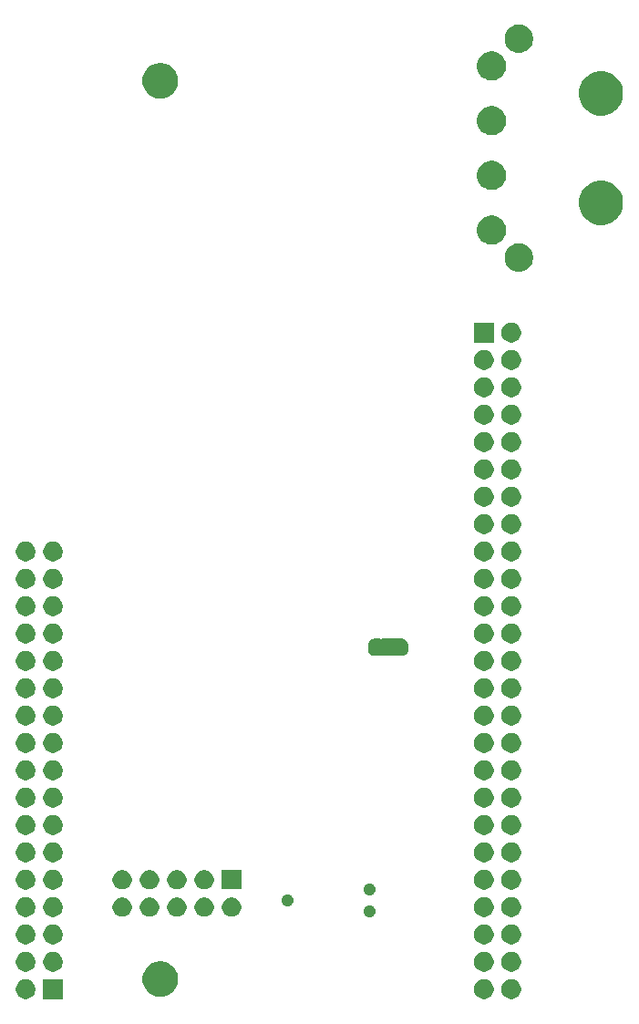
<source format=gbr>
G04 #@! TF.GenerationSoftware,KiCad,Pcbnew,(5.1.5)-3*
G04 #@! TF.CreationDate,2020-11-01T13:08:26+00:00*
G04 #@! TF.ProjectId,SCSIAdaptor,53435349-4164-4617-9074-6f722e6b6963,rev?*
G04 #@! TF.SameCoordinates,Original*
G04 #@! TF.FileFunction,Soldermask,Bot*
G04 #@! TF.FilePolarity,Negative*
%FSLAX46Y46*%
G04 Gerber Fmt 4.6, Leading zero omitted, Abs format (unit mm)*
G04 Created by KiCad (PCBNEW (5.1.5)-3) date 2020-11-01 13:08:26*
%MOMM*%
%LPD*%
G04 APERTURE LIST*
%ADD10C,0.100000*%
G04 APERTURE END LIST*
D10*
G36*
X123320600Y-135534600D02*
G01*
X121491400Y-135534600D01*
X121491400Y-133705400D01*
X123320600Y-133705400D01*
X123320600Y-135534600D01*
G37*
G36*
X162699778Y-133740547D02*
G01*
X162866224Y-133809491D01*
X163016022Y-133909583D01*
X163143417Y-134036978D01*
X163243509Y-134186776D01*
X163312453Y-134353222D01*
X163347600Y-134529918D01*
X163347600Y-134710082D01*
X163312453Y-134886778D01*
X163243509Y-135053224D01*
X163143417Y-135203022D01*
X163016022Y-135330417D01*
X162866224Y-135430509D01*
X162699778Y-135499453D01*
X162523082Y-135534600D01*
X162342918Y-135534600D01*
X162166222Y-135499453D01*
X161999776Y-135430509D01*
X161849978Y-135330417D01*
X161722583Y-135203022D01*
X161622491Y-135053224D01*
X161553547Y-134886778D01*
X161518400Y-134710082D01*
X161518400Y-134529918D01*
X161553547Y-134353222D01*
X161622491Y-134186776D01*
X161722583Y-134036978D01*
X161849978Y-133909583D01*
X161999776Y-133809491D01*
X162166222Y-133740547D01*
X162342918Y-133705400D01*
X162523082Y-133705400D01*
X162699778Y-133740547D01*
G37*
G36*
X165239778Y-133740547D02*
G01*
X165406224Y-133809491D01*
X165556022Y-133909583D01*
X165683417Y-134036978D01*
X165783509Y-134186776D01*
X165852453Y-134353222D01*
X165887600Y-134529918D01*
X165887600Y-134710082D01*
X165852453Y-134886778D01*
X165783509Y-135053224D01*
X165683417Y-135203022D01*
X165556022Y-135330417D01*
X165406224Y-135430509D01*
X165239778Y-135499453D01*
X165063082Y-135534600D01*
X164882918Y-135534600D01*
X164706222Y-135499453D01*
X164539776Y-135430509D01*
X164389978Y-135330417D01*
X164262583Y-135203022D01*
X164162491Y-135053224D01*
X164093547Y-134886778D01*
X164058400Y-134710082D01*
X164058400Y-134529918D01*
X164093547Y-134353222D01*
X164162491Y-134186776D01*
X164262583Y-134036978D01*
X164389978Y-133909583D01*
X164539776Y-133809491D01*
X164706222Y-133740547D01*
X164882918Y-133705400D01*
X165063082Y-133705400D01*
X165239778Y-133740547D01*
G37*
G36*
X120132778Y-133740547D02*
G01*
X120299224Y-133809491D01*
X120449022Y-133909583D01*
X120576417Y-134036978D01*
X120676509Y-134186776D01*
X120745453Y-134353222D01*
X120780600Y-134529918D01*
X120780600Y-134710082D01*
X120745453Y-134886778D01*
X120676509Y-135053224D01*
X120576417Y-135203022D01*
X120449022Y-135330417D01*
X120299224Y-135430509D01*
X120132778Y-135499453D01*
X119956082Y-135534600D01*
X119775918Y-135534600D01*
X119599222Y-135499453D01*
X119432776Y-135430509D01*
X119282978Y-135330417D01*
X119155583Y-135203022D01*
X119055491Y-135053224D01*
X118986547Y-134886778D01*
X118951400Y-134710082D01*
X118951400Y-134529918D01*
X118986547Y-134353222D01*
X119055491Y-134186776D01*
X119155583Y-134036978D01*
X119282978Y-133909583D01*
X119432776Y-133809491D01*
X119599222Y-133740547D01*
X119775918Y-133705400D01*
X119956082Y-133705400D01*
X120132778Y-133740547D01*
G37*
G36*
X132755256Y-132071298D02*
G01*
X132861579Y-132092447D01*
X133162042Y-132216903D01*
X133432451Y-132397585D01*
X133662415Y-132627549D01*
X133843097Y-132897958D01*
X133967553Y-133198421D01*
X134031000Y-133517391D01*
X134031000Y-133842609D01*
X133967553Y-134161579D01*
X133843097Y-134462042D01*
X133662415Y-134732451D01*
X133432451Y-134962415D01*
X133162042Y-135143097D01*
X132861579Y-135267553D01*
X132755256Y-135288702D01*
X132542611Y-135331000D01*
X132217389Y-135331000D01*
X132004744Y-135288702D01*
X131898421Y-135267553D01*
X131597958Y-135143097D01*
X131327549Y-134962415D01*
X131097585Y-134732451D01*
X130916903Y-134462042D01*
X130792447Y-134161579D01*
X130729000Y-133842609D01*
X130729000Y-133517391D01*
X130792447Y-133198421D01*
X130916903Y-132897958D01*
X131097585Y-132627549D01*
X131327549Y-132397585D01*
X131597958Y-132216903D01*
X131898421Y-132092447D01*
X132004744Y-132071298D01*
X132217389Y-132029000D01*
X132542611Y-132029000D01*
X132755256Y-132071298D01*
G37*
G36*
X122672778Y-131200547D02*
G01*
X122839224Y-131269491D01*
X122989022Y-131369583D01*
X123116417Y-131496978D01*
X123216509Y-131646776D01*
X123285453Y-131813222D01*
X123320600Y-131989918D01*
X123320600Y-132170082D01*
X123285453Y-132346778D01*
X123216509Y-132513224D01*
X123116417Y-132663022D01*
X122989022Y-132790417D01*
X122839224Y-132890509D01*
X122672778Y-132959453D01*
X122496082Y-132994600D01*
X122315918Y-132994600D01*
X122139222Y-132959453D01*
X121972776Y-132890509D01*
X121822978Y-132790417D01*
X121695583Y-132663022D01*
X121595491Y-132513224D01*
X121526547Y-132346778D01*
X121491400Y-132170082D01*
X121491400Y-131989918D01*
X121526547Y-131813222D01*
X121595491Y-131646776D01*
X121695583Y-131496978D01*
X121822978Y-131369583D01*
X121972776Y-131269491D01*
X122139222Y-131200547D01*
X122315918Y-131165400D01*
X122496082Y-131165400D01*
X122672778Y-131200547D01*
G37*
G36*
X162699778Y-131200547D02*
G01*
X162866224Y-131269491D01*
X163016022Y-131369583D01*
X163143417Y-131496978D01*
X163243509Y-131646776D01*
X163312453Y-131813222D01*
X163347600Y-131989918D01*
X163347600Y-132170082D01*
X163312453Y-132346778D01*
X163243509Y-132513224D01*
X163143417Y-132663022D01*
X163016022Y-132790417D01*
X162866224Y-132890509D01*
X162699778Y-132959453D01*
X162523082Y-132994600D01*
X162342918Y-132994600D01*
X162166222Y-132959453D01*
X161999776Y-132890509D01*
X161849978Y-132790417D01*
X161722583Y-132663022D01*
X161622491Y-132513224D01*
X161553547Y-132346778D01*
X161518400Y-132170082D01*
X161518400Y-131989918D01*
X161553547Y-131813222D01*
X161622491Y-131646776D01*
X161722583Y-131496978D01*
X161849978Y-131369583D01*
X161999776Y-131269491D01*
X162166222Y-131200547D01*
X162342918Y-131165400D01*
X162523082Y-131165400D01*
X162699778Y-131200547D01*
G37*
G36*
X165239778Y-131200547D02*
G01*
X165406224Y-131269491D01*
X165556022Y-131369583D01*
X165683417Y-131496978D01*
X165783509Y-131646776D01*
X165852453Y-131813222D01*
X165887600Y-131989918D01*
X165887600Y-132170082D01*
X165852453Y-132346778D01*
X165783509Y-132513224D01*
X165683417Y-132663022D01*
X165556022Y-132790417D01*
X165406224Y-132890509D01*
X165239778Y-132959453D01*
X165063082Y-132994600D01*
X164882918Y-132994600D01*
X164706222Y-132959453D01*
X164539776Y-132890509D01*
X164389978Y-132790417D01*
X164262583Y-132663022D01*
X164162491Y-132513224D01*
X164093547Y-132346778D01*
X164058400Y-132170082D01*
X164058400Y-131989918D01*
X164093547Y-131813222D01*
X164162491Y-131646776D01*
X164262583Y-131496978D01*
X164389978Y-131369583D01*
X164539776Y-131269491D01*
X164706222Y-131200547D01*
X164882918Y-131165400D01*
X165063082Y-131165400D01*
X165239778Y-131200547D01*
G37*
G36*
X120132778Y-131200547D02*
G01*
X120299224Y-131269491D01*
X120449022Y-131369583D01*
X120576417Y-131496978D01*
X120676509Y-131646776D01*
X120745453Y-131813222D01*
X120780600Y-131989918D01*
X120780600Y-132170082D01*
X120745453Y-132346778D01*
X120676509Y-132513224D01*
X120576417Y-132663022D01*
X120449022Y-132790417D01*
X120299224Y-132890509D01*
X120132778Y-132959453D01*
X119956082Y-132994600D01*
X119775918Y-132994600D01*
X119599222Y-132959453D01*
X119432776Y-132890509D01*
X119282978Y-132790417D01*
X119155583Y-132663022D01*
X119055491Y-132513224D01*
X118986547Y-132346778D01*
X118951400Y-132170082D01*
X118951400Y-131989918D01*
X118986547Y-131813222D01*
X119055491Y-131646776D01*
X119155583Y-131496978D01*
X119282978Y-131369583D01*
X119432776Y-131269491D01*
X119599222Y-131200547D01*
X119775918Y-131165400D01*
X119956082Y-131165400D01*
X120132778Y-131200547D01*
G37*
G36*
X162699778Y-128660547D02*
G01*
X162866224Y-128729491D01*
X163016022Y-128829583D01*
X163143417Y-128956978D01*
X163243509Y-129106776D01*
X163312453Y-129273222D01*
X163347600Y-129449918D01*
X163347600Y-129630082D01*
X163312453Y-129806778D01*
X163243509Y-129973224D01*
X163143417Y-130123022D01*
X163016022Y-130250417D01*
X162866224Y-130350509D01*
X162699778Y-130419453D01*
X162523082Y-130454600D01*
X162342918Y-130454600D01*
X162166222Y-130419453D01*
X161999776Y-130350509D01*
X161849978Y-130250417D01*
X161722583Y-130123022D01*
X161622491Y-129973224D01*
X161553547Y-129806778D01*
X161518400Y-129630082D01*
X161518400Y-129449918D01*
X161553547Y-129273222D01*
X161622491Y-129106776D01*
X161722583Y-128956978D01*
X161849978Y-128829583D01*
X161999776Y-128729491D01*
X162166222Y-128660547D01*
X162342918Y-128625400D01*
X162523082Y-128625400D01*
X162699778Y-128660547D01*
G37*
G36*
X165239778Y-128660547D02*
G01*
X165406224Y-128729491D01*
X165556022Y-128829583D01*
X165683417Y-128956978D01*
X165783509Y-129106776D01*
X165852453Y-129273222D01*
X165887600Y-129449918D01*
X165887600Y-129630082D01*
X165852453Y-129806778D01*
X165783509Y-129973224D01*
X165683417Y-130123022D01*
X165556022Y-130250417D01*
X165406224Y-130350509D01*
X165239778Y-130419453D01*
X165063082Y-130454600D01*
X164882918Y-130454600D01*
X164706222Y-130419453D01*
X164539776Y-130350509D01*
X164389978Y-130250417D01*
X164262583Y-130123022D01*
X164162491Y-129973224D01*
X164093547Y-129806778D01*
X164058400Y-129630082D01*
X164058400Y-129449918D01*
X164093547Y-129273222D01*
X164162491Y-129106776D01*
X164262583Y-128956978D01*
X164389978Y-128829583D01*
X164539776Y-128729491D01*
X164706222Y-128660547D01*
X164882918Y-128625400D01*
X165063082Y-128625400D01*
X165239778Y-128660547D01*
G37*
G36*
X122672778Y-128660547D02*
G01*
X122839224Y-128729491D01*
X122989022Y-128829583D01*
X123116417Y-128956978D01*
X123216509Y-129106776D01*
X123285453Y-129273222D01*
X123320600Y-129449918D01*
X123320600Y-129630082D01*
X123285453Y-129806778D01*
X123216509Y-129973224D01*
X123116417Y-130123022D01*
X122989022Y-130250417D01*
X122839224Y-130350509D01*
X122672778Y-130419453D01*
X122496082Y-130454600D01*
X122315918Y-130454600D01*
X122139222Y-130419453D01*
X121972776Y-130350509D01*
X121822978Y-130250417D01*
X121695583Y-130123022D01*
X121595491Y-129973224D01*
X121526547Y-129806778D01*
X121491400Y-129630082D01*
X121491400Y-129449918D01*
X121526547Y-129273222D01*
X121595491Y-129106776D01*
X121695583Y-128956978D01*
X121822978Y-128829583D01*
X121972776Y-128729491D01*
X122139222Y-128660547D01*
X122315918Y-128625400D01*
X122496082Y-128625400D01*
X122672778Y-128660547D01*
G37*
G36*
X120132778Y-128660547D02*
G01*
X120299224Y-128729491D01*
X120449022Y-128829583D01*
X120576417Y-128956978D01*
X120676509Y-129106776D01*
X120745453Y-129273222D01*
X120780600Y-129449918D01*
X120780600Y-129630082D01*
X120745453Y-129806778D01*
X120676509Y-129973224D01*
X120576417Y-130123022D01*
X120449022Y-130250417D01*
X120299224Y-130350509D01*
X120132778Y-130419453D01*
X119956082Y-130454600D01*
X119775918Y-130454600D01*
X119599222Y-130419453D01*
X119432776Y-130350509D01*
X119282978Y-130250417D01*
X119155583Y-130123022D01*
X119055491Y-129973224D01*
X118986547Y-129806778D01*
X118951400Y-129630082D01*
X118951400Y-129449918D01*
X118986547Y-129273222D01*
X119055491Y-129106776D01*
X119155583Y-128956978D01*
X119282978Y-128829583D01*
X119432776Y-128729491D01*
X119599222Y-128660547D01*
X119775918Y-128625400D01*
X119956082Y-128625400D01*
X120132778Y-128660547D01*
G37*
G36*
X151922378Y-126845197D02*
G01*
X151975150Y-126855694D01*
X152074570Y-126896875D01*
X152164046Y-126956661D01*
X152240139Y-127032754D01*
X152299925Y-127122230D01*
X152341106Y-127221650D01*
X152362100Y-127327194D01*
X152362100Y-127434806D01*
X152341106Y-127540350D01*
X152299925Y-127639770D01*
X152240139Y-127729246D01*
X152164046Y-127805339D01*
X152074570Y-127865125D01*
X151975150Y-127906306D01*
X151933453Y-127914600D01*
X151869607Y-127927300D01*
X151761993Y-127927300D01*
X151698147Y-127914600D01*
X151656450Y-127906306D01*
X151557030Y-127865125D01*
X151467554Y-127805339D01*
X151391461Y-127729246D01*
X151331675Y-127639770D01*
X151290494Y-127540350D01*
X151269500Y-127434806D01*
X151269500Y-127327194D01*
X151290494Y-127221650D01*
X151331675Y-127122230D01*
X151391461Y-127032754D01*
X151467554Y-126956661D01*
X151557030Y-126896875D01*
X151656450Y-126855694D01*
X151709222Y-126845197D01*
X151761993Y-126834700D01*
X151869607Y-126834700D01*
X151922378Y-126845197D01*
G37*
G36*
X165239778Y-126120547D02*
G01*
X165406224Y-126189491D01*
X165556022Y-126289583D01*
X165683417Y-126416978D01*
X165783509Y-126566776D01*
X165852453Y-126733222D01*
X165887600Y-126909918D01*
X165887600Y-127090082D01*
X165852453Y-127266778D01*
X165783509Y-127433224D01*
X165683417Y-127583022D01*
X165556022Y-127710417D01*
X165406224Y-127810509D01*
X165239778Y-127879453D01*
X165063082Y-127914600D01*
X164882918Y-127914600D01*
X164706222Y-127879453D01*
X164539776Y-127810509D01*
X164389978Y-127710417D01*
X164262583Y-127583022D01*
X164162491Y-127433224D01*
X164093547Y-127266778D01*
X164058400Y-127090082D01*
X164058400Y-126909918D01*
X164093547Y-126733222D01*
X164162491Y-126566776D01*
X164262583Y-126416978D01*
X164389978Y-126289583D01*
X164539776Y-126189491D01*
X164706222Y-126120547D01*
X164882918Y-126085400D01*
X165063082Y-126085400D01*
X165239778Y-126120547D01*
G37*
G36*
X162699778Y-126120547D02*
G01*
X162866224Y-126189491D01*
X163016022Y-126289583D01*
X163143417Y-126416978D01*
X163243509Y-126566776D01*
X163312453Y-126733222D01*
X163347600Y-126909918D01*
X163347600Y-127090082D01*
X163312453Y-127266778D01*
X163243509Y-127433224D01*
X163143417Y-127583022D01*
X163016022Y-127710417D01*
X162866224Y-127810509D01*
X162699778Y-127879453D01*
X162523082Y-127914600D01*
X162342918Y-127914600D01*
X162166222Y-127879453D01*
X161999776Y-127810509D01*
X161849978Y-127710417D01*
X161722583Y-127583022D01*
X161622491Y-127433224D01*
X161553547Y-127266778D01*
X161518400Y-127090082D01*
X161518400Y-126909918D01*
X161553547Y-126733222D01*
X161622491Y-126566776D01*
X161722583Y-126416978D01*
X161849978Y-126289583D01*
X161999776Y-126189491D01*
X162166222Y-126120547D01*
X162342918Y-126085400D01*
X162523082Y-126085400D01*
X162699778Y-126120547D01*
G37*
G36*
X120132778Y-126120547D02*
G01*
X120299224Y-126189491D01*
X120449022Y-126289583D01*
X120576417Y-126416978D01*
X120676509Y-126566776D01*
X120745453Y-126733222D01*
X120780600Y-126909918D01*
X120780600Y-127090082D01*
X120745453Y-127266778D01*
X120676509Y-127433224D01*
X120576417Y-127583022D01*
X120449022Y-127710417D01*
X120299224Y-127810509D01*
X120132778Y-127879453D01*
X119956082Y-127914600D01*
X119775918Y-127914600D01*
X119599222Y-127879453D01*
X119432776Y-127810509D01*
X119282978Y-127710417D01*
X119155583Y-127583022D01*
X119055491Y-127433224D01*
X118986547Y-127266778D01*
X118951400Y-127090082D01*
X118951400Y-126909918D01*
X118986547Y-126733222D01*
X119055491Y-126566776D01*
X119155583Y-126416978D01*
X119282978Y-126289583D01*
X119432776Y-126189491D01*
X119599222Y-126120547D01*
X119775918Y-126085400D01*
X119956082Y-126085400D01*
X120132778Y-126120547D01*
G37*
G36*
X122672778Y-126120547D02*
G01*
X122839224Y-126189491D01*
X122989022Y-126289583D01*
X123116417Y-126416978D01*
X123216509Y-126566776D01*
X123285453Y-126733222D01*
X123320600Y-126909918D01*
X123320600Y-127090082D01*
X123285453Y-127266778D01*
X123216509Y-127433224D01*
X123116417Y-127583022D01*
X122989022Y-127710417D01*
X122839224Y-127810509D01*
X122672778Y-127879453D01*
X122496082Y-127914600D01*
X122315918Y-127914600D01*
X122139222Y-127879453D01*
X121972776Y-127810509D01*
X121822978Y-127710417D01*
X121695583Y-127583022D01*
X121595491Y-127433224D01*
X121526547Y-127266778D01*
X121491400Y-127090082D01*
X121491400Y-126909918D01*
X121526547Y-126733222D01*
X121595491Y-126566776D01*
X121695583Y-126416978D01*
X121822978Y-126289583D01*
X121972776Y-126189491D01*
X122139222Y-126120547D01*
X122315918Y-126085400D01*
X122496082Y-126085400D01*
X122672778Y-126120547D01*
G37*
G36*
X131482312Y-126103927D02*
G01*
X131631612Y-126133624D01*
X131795584Y-126201544D01*
X131943154Y-126300147D01*
X132068653Y-126425646D01*
X132167256Y-126573216D01*
X132235176Y-126737188D01*
X132269800Y-126911259D01*
X132269800Y-127088741D01*
X132235176Y-127262812D01*
X132167256Y-127426784D01*
X132068653Y-127574354D01*
X131943154Y-127699853D01*
X131795584Y-127798456D01*
X131631612Y-127866376D01*
X131482312Y-127896073D01*
X131457542Y-127901000D01*
X131280058Y-127901000D01*
X131255288Y-127896073D01*
X131105988Y-127866376D01*
X130942016Y-127798456D01*
X130794446Y-127699853D01*
X130668947Y-127574354D01*
X130570344Y-127426784D01*
X130502424Y-127262812D01*
X130467800Y-127088741D01*
X130467800Y-126911259D01*
X130502424Y-126737188D01*
X130570344Y-126573216D01*
X130668947Y-126425646D01*
X130794446Y-126300147D01*
X130942016Y-126201544D01*
X131105988Y-126133624D01*
X131255288Y-126103927D01*
X131280058Y-126099000D01*
X131457542Y-126099000D01*
X131482312Y-126103927D01*
G37*
G36*
X128942312Y-126103927D02*
G01*
X129091612Y-126133624D01*
X129255584Y-126201544D01*
X129403154Y-126300147D01*
X129528653Y-126425646D01*
X129627256Y-126573216D01*
X129695176Y-126737188D01*
X129729800Y-126911259D01*
X129729800Y-127088741D01*
X129695176Y-127262812D01*
X129627256Y-127426784D01*
X129528653Y-127574354D01*
X129403154Y-127699853D01*
X129255584Y-127798456D01*
X129091612Y-127866376D01*
X128942312Y-127896073D01*
X128917542Y-127901000D01*
X128740058Y-127901000D01*
X128715288Y-127896073D01*
X128565988Y-127866376D01*
X128402016Y-127798456D01*
X128254446Y-127699853D01*
X128128947Y-127574354D01*
X128030344Y-127426784D01*
X127962424Y-127262812D01*
X127927800Y-127088741D01*
X127927800Y-126911259D01*
X127962424Y-126737188D01*
X128030344Y-126573216D01*
X128128947Y-126425646D01*
X128254446Y-126300147D01*
X128402016Y-126201544D01*
X128565988Y-126133624D01*
X128715288Y-126103927D01*
X128740058Y-126099000D01*
X128917542Y-126099000D01*
X128942312Y-126103927D01*
G37*
G36*
X139102312Y-126103927D02*
G01*
X139251612Y-126133624D01*
X139415584Y-126201544D01*
X139563154Y-126300147D01*
X139688653Y-126425646D01*
X139787256Y-126573216D01*
X139855176Y-126737188D01*
X139889800Y-126911259D01*
X139889800Y-127088741D01*
X139855176Y-127262812D01*
X139787256Y-127426784D01*
X139688653Y-127574354D01*
X139563154Y-127699853D01*
X139415584Y-127798456D01*
X139251612Y-127866376D01*
X139102312Y-127896073D01*
X139077542Y-127901000D01*
X138900058Y-127901000D01*
X138875288Y-127896073D01*
X138725988Y-127866376D01*
X138562016Y-127798456D01*
X138414446Y-127699853D01*
X138288947Y-127574354D01*
X138190344Y-127426784D01*
X138122424Y-127262812D01*
X138087800Y-127088741D01*
X138087800Y-126911259D01*
X138122424Y-126737188D01*
X138190344Y-126573216D01*
X138288947Y-126425646D01*
X138414446Y-126300147D01*
X138562016Y-126201544D01*
X138725988Y-126133624D01*
X138875288Y-126103927D01*
X138900058Y-126099000D01*
X139077542Y-126099000D01*
X139102312Y-126103927D01*
G37*
G36*
X134022312Y-126103927D02*
G01*
X134171612Y-126133624D01*
X134335584Y-126201544D01*
X134483154Y-126300147D01*
X134608653Y-126425646D01*
X134707256Y-126573216D01*
X134775176Y-126737188D01*
X134809800Y-126911259D01*
X134809800Y-127088741D01*
X134775176Y-127262812D01*
X134707256Y-127426784D01*
X134608653Y-127574354D01*
X134483154Y-127699853D01*
X134335584Y-127798456D01*
X134171612Y-127866376D01*
X134022312Y-127896073D01*
X133997542Y-127901000D01*
X133820058Y-127901000D01*
X133795288Y-127896073D01*
X133645988Y-127866376D01*
X133482016Y-127798456D01*
X133334446Y-127699853D01*
X133208947Y-127574354D01*
X133110344Y-127426784D01*
X133042424Y-127262812D01*
X133007800Y-127088741D01*
X133007800Y-126911259D01*
X133042424Y-126737188D01*
X133110344Y-126573216D01*
X133208947Y-126425646D01*
X133334446Y-126300147D01*
X133482016Y-126201544D01*
X133645988Y-126133624D01*
X133795288Y-126103927D01*
X133820058Y-126099000D01*
X133997542Y-126099000D01*
X134022312Y-126103927D01*
G37*
G36*
X136562312Y-126103927D02*
G01*
X136711612Y-126133624D01*
X136875584Y-126201544D01*
X137023154Y-126300147D01*
X137148653Y-126425646D01*
X137247256Y-126573216D01*
X137315176Y-126737188D01*
X137349800Y-126911259D01*
X137349800Y-127088741D01*
X137315176Y-127262812D01*
X137247256Y-127426784D01*
X137148653Y-127574354D01*
X137023154Y-127699853D01*
X136875584Y-127798456D01*
X136711612Y-127866376D01*
X136562312Y-127896073D01*
X136537542Y-127901000D01*
X136360058Y-127901000D01*
X136335288Y-127896073D01*
X136185988Y-127866376D01*
X136022016Y-127798456D01*
X135874446Y-127699853D01*
X135748947Y-127574354D01*
X135650344Y-127426784D01*
X135582424Y-127262812D01*
X135547800Y-127088741D01*
X135547800Y-126911259D01*
X135582424Y-126737188D01*
X135650344Y-126573216D01*
X135748947Y-126425646D01*
X135874446Y-126300147D01*
X136022016Y-126201544D01*
X136185988Y-126133624D01*
X136335288Y-126103927D01*
X136360058Y-126099000D01*
X136537542Y-126099000D01*
X136562312Y-126103927D01*
G37*
G36*
X144302378Y-125829197D02*
G01*
X144355150Y-125839694D01*
X144454570Y-125880875D01*
X144544046Y-125940661D01*
X144620139Y-126016754D01*
X144679925Y-126106230D01*
X144714413Y-126189492D01*
X144721106Y-126205651D01*
X144742100Y-126311193D01*
X144742100Y-126418807D01*
X144740739Y-126425647D01*
X144721106Y-126524350D01*
X144679925Y-126623770D01*
X144620139Y-126713246D01*
X144544046Y-126789339D01*
X144454570Y-126849125D01*
X144355150Y-126890306D01*
X144322125Y-126896875D01*
X144249607Y-126911300D01*
X144141993Y-126911300D01*
X144069475Y-126896875D01*
X144036450Y-126890306D01*
X143937030Y-126849125D01*
X143847554Y-126789339D01*
X143771461Y-126713246D01*
X143711675Y-126623770D01*
X143670494Y-126524350D01*
X143650861Y-126425647D01*
X143649500Y-126418807D01*
X143649500Y-126311193D01*
X143670494Y-126205651D01*
X143677187Y-126189492D01*
X143711675Y-126106230D01*
X143771461Y-126016754D01*
X143847554Y-125940661D01*
X143937030Y-125880875D01*
X144036450Y-125839694D01*
X144089222Y-125829197D01*
X144141993Y-125818700D01*
X144249607Y-125818700D01*
X144302378Y-125829197D01*
G37*
G36*
X151922378Y-124813197D02*
G01*
X151975150Y-124823694D01*
X152074570Y-124864875D01*
X152164046Y-124924661D01*
X152240139Y-125000754D01*
X152299925Y-125090230D01*
X152341106Y-125189650D01*
X152362100Y-125295194D01*
X152362100Y-125402806D01*
X152341106Y-125508350D01*
X152299925Y-125607770D01*
X152240139Y-125697246D01*
X152164046Y-125773339D01*
X152074570Y-125833125D01*
X151975150Y-125874306D01*
X151942125Y-125880875D01*
X151869607Y-125895300D01*
X151761993Y-125895300D01*
X151689475Y-125880875D01*
X151656450Y-125874306D01*
X151557030Y-125833125D01*
X151467554Y-125773339D01*
X151391461Y-125697246D01*
X151331675Y-125607770D01*
X151290494Y-125508350D01*
X151269500Y-125402806D01*
X151269500Y-125295194D01*
X151290494Y-125189650D01*
X151331675Y-125090230D01*
X151391461Y-125000754D01*
X151467554Y-124924661D01*
X151557030Y-124864875D01*
X151656450Y-124823694D01*
X151709222Y-124813197D01*
X151761993Y-124802700D01*
X151869607Y-124802700D01*
X151922378Y-124813197D01*
G37*
G36*
X162699778Y-123580547D02*
G01*
X162866224Y-123649491D01*
X163016022Y-123749583D01*
X163143417Y-123876978D01*
X163243509Y-124026776D01*
X163312453Y-124193222D01*
X163347600Y-124369918D01*
X163347600Y-124550082D01*
X163312453Y-124726778D01*
X163243509Y-124893224D01*
X163143417Y-125043022D01*
X163016022Y-125170417D01*
X162866224Y-125270509D01*
X162699778Y-125339453D01*
X162523082Y-125374600D01*
X162342918Y-125374600D01*
X162166222Y-125339453D01*
X161999776Y-125270509D01*
X161849978Y-125170417D01*
X161722583Y-125043022D01*
X161622491Y-124893224D01*
X161553547Y-124726778D01*
X161518400Y-124550082D01*
X161518400Y-124369918D01*
X161553547Y-124193222D01*
X161622491Y-124026776D01*
X161722583Y-123876978D01*
X161849978Y-123749583D01*
X161999776Y-123649491D01*
X162166222Y-123580547D01*
X162342918Y-123545400D01*
X162523082Y-123545400D01*
X162699778Y-123580547D01*
G37*
G36*
X165239778Y-123580547D02*
G01*
X165406224Y-123649491D01*
X165556022Y-123749583D01*
X165683417Y-123876978D01*
X165783509Y-124026776D01*
X165852453Y-124193222D01*
X165887600Y-124369918D01*
X165887600Y-124550082D01*
X165852453Y-124726778D01*
X165783509Y-124893224D01*
X165683417Y-125043022D01*
X165556022Y-125170417D01*
X165406224Y-125270509D01*
X165239778Y-125339453D01*
X165063082Y-125374600D01*
X164882918Y-125374600D01*
X164706222Y-125339453D01*
X164539776Y-125270509D01*
X164389978Y-125170417D01*
X164262583Y-125043022D01*
X164162491Y-124893224D01*
X164093547Y-124726778D01*
X164058400Y-124550082D01*
X164058400Y-124369918D01*
X164093547Y-124193222D01*
X164162491Y-124026776D01*
X164262583Y-123876978D01*
X164389978Y-123749583D01*
X164539776Y-123649491D01*
X164706222Y-123580547D01*
X164882918Y-123545400D01*
X165063082Y-123545400D01*
X165239778Y-123580547D01*
G37*
G36*
X122672778Y-123580547D02*
G01*
X122839224Y-123649491D01*
X122989022Y-123749583D01*
X123116417Y-123876978D01*
X123216509Y-124026776D01*
X123285453Y-124193222D01*
X123320600Y-124369918D01*
X123320600Y-124550082D01*
X123285453Y-124726778D01*
X123216509Y-124893224D01*
X123116417Y-125043022D01*
X122989022Y-125170417D01*
X122839224Y-125270509D01*
X122672778Y-125339453D01*
X122496082Y-125374600D01*
X122315918Y-125374600D01*
X122139222Y-125339453D01*
X121972776Y-125270509D01*
X121822978Y-125170417D01*
X121695583Y-125043022D01*
X121595491Y-124893224D01*
X121526547Y-124726778D01*
X121491400Y-124550082D01*
X121491400Y-124369918D01*
X121526547Y-124193222D01*
X121595491Y-124026776D01*
X121695583Y-123876978D01*
X121822978Y-123749583D01*
X121972776Y-123649491D01*
X122139222Y-123580547D01*
X122315918Y-123545400D01*
X122496082Y-123545400D01*
X122672778Y-123580547D01*
G37*
G36*
X120132778Y-123580547D02*
G01*
X120299224Y-123649491D01*
X120449022Y-123749583D01*
X120576417Y-123876978D01*
X120676509Y-124026776D01*
X120745453Y-124193222D01*
X120780600Y-124369918D01*
X120780600Y-124550082D01*
X120745453Y-124726778D01*
X120676509Y-124893224D01*
X120576417Y-125043022D01*
X120449022Y-125170417D01*
X120299224Y-125270509D01*
X120132778Y-125339453D01*
X119956082Y-125374600D01*
X119775918Y-125374600D01*
X119599222Y-125339453D01*
X119432776Y-125270509D01*
X119282978Y-125170417D01*
X119155583Y-125043022D01*
X119055491Y-124893224D01*
X118986547Y-124726778D01*
X118951400Y-124550082D01*
X118951400Y-124369918D01*
X118986547Y-124193222D01*
X119055491Y-124026776D01*
X119155583Y-123876978D01*
X119282978Y-123749583D01*
X119432776Y-123649491D01*
X119599222Y-123580547D01*
X119775918Y-123545400D01*
X119956082Y-123545400D01*
X120132778Y-123580547D01*
G37*
G36*
X139889800Y-125361000D02*
G01*
X138087800Y-125361000D01*
X138087800Y-123559000D01*
X139889800Y-123559000D01*
X139889800Y-125361000D01*
G37*
G36*
X131482312Y-123563927D02*
G01*
X131631612Y-123593624D01*
X131795584Y-123661544D01*
X131943154Y-123760147D01*
X132068653Y-123885646D01*
X132167256Y-124033216D01*
X132235176Y-124197188D01*
X132269800Y-124371259D01*
X132269800Y-124548741D01*
X132235176Y-124722812D01*
X132167256Y-124886784D01*
X132068653Y-125034354D01*
X131943154Y-125159853D01*
X131795584Y-125258456D01*
X131631612Y-125326376D01*
X131482312Y-125356073D01*
X131457542Y-125361000D01*
X131280058Y-125361000D01*
X131255288Y-125356073D01*
X131105988Y-125326376D01*
X130942016Y-125258456D01*
X130794446Y-125159853D01*
X130668947Y-125034354D01*
X130570344Y-124886784D01*
X130502424Y-124722812D01*
X130467800Y-124548741D01*
X130467800Y-124371259D01*
X130502424Y-124197188D01*
X130570344Y-124033216D01*
X130668947Y-123885646D01*
X130794446Y-123760147D01*
X130942016Y-123661544D01*
X131105988Y-123593624D01*
X131255288Y-123563927D01*
X131280058Y-123559000D01*
X131457542Y-123559000D01*
X131482312Y-123563927D01*
G37*
G36*
X134022312Y-123563927D02*
G01*
X134171612Y-123593624D01*
X134335584Y-123661544D01*
X134483154Y-123760147D01*
X134608653Y-123885646D01*
X134707256Y-124033216D01*
X134775176Y-124197188D01*
X134809800Y-124371259D01*
X134809800Y-124548741D01*
X134775176Y-124722812D01*
X134707256Y-124886784D01*
X134608653Y-125034354D01*
X134483154Y-125159853D01*
X134335584Y-125258456D01*
X134171612Y-125326376D01*
X134022312Y-125356073D01*
X133997542Y-125361000D01*
X133820058Y-125361000D01*
X133795288Y-125356073D01*
X133645988Y-125326376D01*
X133482016Y-125258456D01*
X133334446Y-125159853D01*
X133208947Y-125034354D01*
X133110344Y-124886784D01*
X133042424Y-124722812D01*
X133007800Y-124548741D01*
X133007800Y-124371259D01*
X133042424Y-124197188D01*
X133110344Y-124033216D01*
X133208947Y-123885646D01*
X133334446Y-123760147D01*
X133482016Y-123661544D01*
X133645988Y-123593624D01*
X133795288Y-123563927D01*
X133820058Y-123559000D01*
X133997542Y-123559000D01*
X134022312Y-123563927D01*
G37*
G36*
X128942312Y-123563927D02*
G01*
X129091612Y-123593624D01*
X129255584Y-123661544D01*
X129403154Y-123760147D01*
X129528653Y-123885646D01*
X129627256Y-124033216D01*
X129695176Y-124197188D01*
X129729800Y-124371259D01*
X129729800Y-124548741D01*
X129695176Y-124722812D01*
X129627256Y-124886784D01*
X129528653Y-125034354D01*
X129403154Y-125159853D01*
X129255584Y-125258456D01*
X129091612Y-125326376D01*
X128942312Y-125356073D01*
X128917542Y-125361000D01*
X128740058Y-125361000D01*
X128715288Y-125356073D01*
X128565988Y-125326376D01*
X128402016Y-125258456D01*
X128254446Y-125159853D01*
X128128947Y-125034354D01*
X128030344Y-124886784D01*
X127962424Y-124722812D01*
X127927800Y-124548741D01*
X127927800Y-124371259D01*
X127962424Y-124197188D01*
X128030344Y-124033216D01*
X128128947Y-123885646D01*
X128254446Y-123760147D01*
X128402016Y-123661544D01*
X128565988Y-123593624D01*
X128715288Y-123563927D01*
X128740058Y-123559000D01*
X128917542Y-123559000D01*
X128942312Y-123563927D01*
G37*
G36*
X136562312Y-123563927D02*
G01*
X136711612Y-123593624D01*
X136875584Y-123661544D01*
X137023154Y-123760147D01*
X137148653Y-123885646D01*
X137247256Y-124033216D01*
X137315176Y-124197188D01*
X137349800Y-124371259D01*
X137349800Y-124548741D01*
X137315176Y-124722812D01*
X137247256Y-124886784D01*
X137148653Y-125034354D01*
X137023154Y-125159853D01*
X136875584Y-125258456D01*
X136711612Y-125326376D01*
X136562312Y-125356073D01*
X136537542Y-125361000D01*
X136360058Y-125361000D01*
X136335288Y-125356073D01*
X136185988Y-125326376D01*
X136022016Y-125258456D01*
X135874446Y-125159853D01*
X135748947Y-125034354D01*
X135650344Y-124886784D01*
X135582424Y-124722812D01*
X135547800Y-124548741D01*
X135547800Y-124371259D01*
X135582424Y-124197188D01*
X135650344Y-124033216D01*
X135748947Y-123885646D01*
X135874446Y-123760147D01*
X136022016Y-123661544D01*
X136185988Y-123593624D01*
X136335288Y-123563927D01*
X136360058Y-123559000D01*
X136537542Y-123559000D01*
X136562312Y-123563927D01*
G37*
G36*
X122672778Y-121040547D02*
G01*
X122839224Y-121109491D01*
X122989022Y-121209583D01*
X123116417Y-121336978D01*
X123216509Y-121486776D01*
X123285453Y-121653222D01*
X123320600Y-121829918D01*
X123320600Y-122010082D01*
X123285453Y-122186778D01*
X123216509Y-122353224D01*
X123116417Y-122503022D01*
X122989022Y-122630417D01*
X122839224Y-122730509D01*
X122672778Y-122799453D01*
X122496082Y-122834600D01*
X122315918Y-122834600D01*
X122139222Y-122799453D01*
X121972776Y-122730509D01*
X121822978Y-122630417D01*
X121695583Y-122503022D01*
X121595491Y-122353224D01*
X121526547Y-122186778D01*
X121491400Y-122010082D01*
X121491400Y-121829918D01*
X121526547Y-121653222D01*
X121595491Y-121486776D01*
X121695583Y-121336978D01*
X121822978Y-121209583D01*
X121972776Y-121109491D01*
X122139222Y-121040547D01*
X122315918Y-121005400D01*
X122496082Y-121005400D01*
X122672778Y-121040547D01*
G37*
G36*
X120132778Y-121040547D02*
G01*
X120299224Y-121109491D01*
X120449022Y-121209583D01*
X120576417Y-121336978D01*
X120676509Y-121486776D01*
X120745453Y-121653222D01*
X120780600Y-121829918D01*
X120780600Y-122010082D01*
X120745453Y-122186778D01*
X120676509Y-122353224D01*
X120576417Y-122503022D01*
X120449022Y-122630417D01*
X120299224Y-122730509D01*
X120132778Y-122799453D01*
X119956082Y-122834600D01*
X119775918Y-122834600D01*
X119599222Y-122799453D01*
X119432776Y-122730509D01*
X119282978Y-122630417D01*
X119155583Y-122503022D01*
X119055491Y-122353224D01*
X118986547Y-122186778D01*
X118951400Y-122010082D01*
X118951400Y-121829918D01*
X118986547Y-121653222D01*
X119055491Y-121486776D01*
X119155583Y-121336978D01*
X119282978Y-121209583D01*
X119432776Y-121109491D01*
X119599222Y-121040547D01*
X119775918Y-121005400D01*
X119956082Y-121005400D01*
X120132778Y-121040547D01*
G37*
G36*
X162699778Y-121040547D02*
G01*
X162866224Y-121109491D01*
X163016022Y-121209583D01*
X163143417Y-121336978D01*
X163243509Y-121486776D01*
X163312453Y-121653222D01*
X163347600Y-121829918D01*
X163347600Y-122010082D01*
X163312453Y-122186778D01*
X163243509Y-122353224D01*
X163143417Y-122503022D01*
X163016022Y-122630417D01*
X162866224Y-122730509D01*
X162699778Y-122799453D01*
X162523082Y-122834600D01*
X162342918Y-122834600D01*
X162166222Y-122799453D01*
X161999776Y-122730509D01*
X161849978Y-122630417D01*
X161722583Y-122503022D01*
X161622491Y-122353224D01*
X161553547Y-122186778D01*
X161518400Y-122010082D01*
X161518400Y-121829918D01*
X161553547Y-121653222D01*
X161622491Y-121486776D01*
X161722583Y-121336978D01*
X161849978Y-121209583D01*
X161999776Y-121109491D01*
X162166222Y-121040547D01*
X162342918Y-121005400D01*
X162523082Y-121005400D01*
X162699778Y-121040547D01*
G37*
G36*
X165239778Y-121040547D02*
G01*
X165406224Y-121109491D01*
X165556022Y-121209583D01*
X165683417Y-121336978D01*
X165783509Y-121486776D01*
X165852453Y-121653222D01*
X165887600Y-121829918D01*
X165887600Y-122010082D01*
X165852453Y-122186778D01*
X165783509Y-122353224D01*
X165683417Y-122503022D01*
X165556022Y-122630417D01*
X165406224Y-122730509D01*
X165239778Y-122799453D01*
X165063082Y-122834600D01*
X164882918Y-122834600D01*
X164706222Y-122799453D01*
X164539776Y-122730509D01*
X164389978Y-122630417D01*
X164262583Y-122503022D01*
X164162491Y-122353224D01*
X164093547Y-122186778D01*
X164058400Y-122010082D01*
X164058400Y-121829918D01*
X164093547Y-121653222D01*
X164162491Y-121486776D01*
X164262583Y-121336978D01*
X164389978Y-121209583D01*
X164539776Y-121109491D01*
X164706222Y-121040547D01*
X164882918Y-121005400D01*
X165063082Y-121005400D01*
X165239778Y-121040547D01*
G37*
G36*
X165239778Y-118500547D02*
G01*
X165406224Y-118569491D01*
X165556022Y-118669583D01*
X165683417Y-118796978D01*
X165783509Y-118946776D01*
X165852453Y-119113222D01*
X165887600Y-119289918D01*
X165887600Y-119470082D01*
X165852453Y-119646778D01*
X165783509Y-119813224D01*
X165683417Y-119963022D01*
X165556022Y-120090417D01*
X165406224Y-120190509D01*
X165239778Y-120259453D01*
X165063082Y-120294600D01*
X164882918Y-120294600D01*
X164706222Y-120259453D01*
X164539776Y-120190509D01*
X164389978Y-120090417D01*
X164262583Y-119963022D01*
X164162491Y-119813224D01*
X164093547Y-119646778D01*
X164058400Y-119470082D01*
X164058400Y-119289918D01*
X164093547Y-119113222D01*
X164162491Y-118946776D01*
X164262583Y-118796978D01*
X164389978Y-118669583D01*
X164539776Y-118569491D01*
X164706222Y-118500547D01*
X164882918Y-118465400D01*
X165063082Y-118465400D01*
X165239778Y-118500547D01*
G37*
G36*
X122672778Y-118500547D02*
G01*
X122839224Y-118569491D01*
X122989022Y-118669583D01*
X123116417Y-118796978D01*
X123216509Y-118946776D01*
X123285453Y-119113222D01*
X123320600Y-119289918D01*
X123320600Y-119470082D01*
X123285453Y-119646778D01*
X123216509Y-119813224D01*
X123116417Y-119963022D01*
X122989022Y-120090417D01*
X122839224Y-120190509D01*
X122672778Y-120259453D01*
X122496082Y-120294600D01*
X122315918Y-120294600D01*
X122139222Y-120259453D01*
X121972776Y-120190509D01*
X121822978Y-120090417D01*
X121695583Y-119963022D01*
X121595491Y-119813224D01*
X121526547Y-119646778D01*
X121491400Y-119470082D01*
X121491400Y-119289918D01*
X121526547Y-119113222D01*
X121595491Y-118946776D01*
X121695583Y-118796978D01*
X121822978Y-118669583D01*
X121972776Y-118569491D01*
X122139222Y-118500547D01*
X122315918Y-118465400D01*
X122496082Y-118465400D01*
X122672778Y-118500547D01*
G37*
G36*
X120132778Y-118500547D02*
G01*
X120299224Y-118569491D01*
X120449022Y-118669583D01*
X120576417Y-118796978D01*
X120676509Y-118946776D01*
X120745453Y-119113222D01*
X120780600Y-119289918D01*
X120780600Y-119470082D01*
X120745453Y-119646778D01*
X120676509Y-119813224D01*
X120576417Y-119963022D01*
X120449022Y-120090417D01*
X120299224Y-120190509D01*
X120132778Y-120259453D01*
X119956082Y-120294600D01*
X119775918Y-120294600D01*
X119599222Y-120259453D01*
X119432776Y-120190509D01*
X119282978Y-120090417D01*
X119155583Y-119963022D01*
X119055491Y-119813224D01*
X118986547Y-119646778D01*
X118951400Y-119470082D01*
X118951400Y-119289918D01*
X118986547Y-119113222D01*
X119055491Y-118946776D01*
X119155583Y-118796978D01*
X119282978Y-118669583D01*
X119432776Y-118569491D01*
X119599222Y-118500547D01*
X119775918Y-118465400D01*
X119956082Y-118465400D01*
X120132778Y-118500547D01*
G37*
G36*
X162699778Y-118500547D02*
G01*
X162866224Y-118569491D01*
X163016022Y-118669583D01*
X163143417Y-118796978D01*
X163243509Y-118946776D01*
X163312453Y-119113222D01*
X163347600Y-119289918D01*
X163347600Y-119470082D01*
X163312453Y-119646778D01*
X163243509Y-119813224D01*
X163143417Y-119963022D01*
X163016022Y-120090417D01*
X162866224Y-120190509D01*
X162699778Y-120259453D01*
X162523082Y-120294600D01*
X162342918Y-120294600D01*
X162166222Y-120259453D01*
X161999776Y-120190509D01*
X161849978Y-120090417D01*
X161722583Y-119963022D01*
X161622491Y-119813224D01*
X161553547Y-119646778D01*
X161518400Y-119470082D01*
X161518400Y-119289918D01*
X161553547Y-119113222D01*
X161622491Y-118946776D01*
X161722583Y-118796978D01*
X161849978Y-118669583D01*
X161999776Y-118569491D01*
X162166222Y-118500547D01*
X162342918Y-118465400D01*
X162523082Y-118465400D01*
X162699778Y-118500547D01*
G37*
G36*
X162699778Y-115960547D02*
G01*
X162866224Y-116029491D01*
X163016022Y-116129583D01*
X163143417Y-116256978D01*
X163243509Y-116406776D01*
X163312453Y-116573222D01*
X163347600Y-116749918D01*
X163347600Y-116930082D01*
X163312453Y-117106778D01*
X163243509Y-117273224D01*
X163143417Y-117423022D01*
X163016022Y-117550417D01*
X162866224Y-117650509D01*
X162699778Y-117719453D01*
X162523082Y-117754600D01*
X162342918Y-117754600D01*
X162166222Y-117719453D01*
X161999776Y-117650509D01*
X161849978Y-117550417D01*
X161722583Y-117423022D01*
X161622491Y-117273224D01*
X161553547Y-117106778D01*
X161518400Y-116930082D01*
X161518400Y-116749918D01*
X161553547Y-116573222D01*
X161622491Y-116406776D01*
X161722583Y-116256978D01*
X161849978Y-116129583D01*
X161999776Y-116029491D01*
X162166222Y-115960547D01*
X162342918Y-115925400D01*
X162523082Y-115925400D01*
X162699778Y-115960547D01*
G37*
G36*
X165239778Y-115960547D02*
G01*
X165406224Y-116029491D01*
X165556022Y-116129583D01*
X165683417Y-116256978D01*
X165783509Y-116406776D01*
X165852453Y-116573222D01*
X165887600Y-116749918D01*
X165887600Y-116930082D01*
X165852453Y-117106778D01*
X165783509Y-117273224D01*
X165683417Y-117423022D01*
X165556022Y-117550417D01*
X165406224Y-117650509D01*
X165239778Y-117719453D01*
X165063082Y-117754600D01*
X164882918Y-117754600D01*
X164706222Y-117719453D01*
X164539776Y-117650509D01*
X164389978Y-117550417D01*
X164262583Y-117423022D01*
X164162491Y-117273224D01*
X164093547Y-117106778D01*
X164058400Y-116930082D01*
X164058400Y-116749918D01*
X164093547Y-116573222D01*
X164162491Y-116406776D01*
X164262583Y-116256978D01*
X164389978Y-116129583D01*
X164539776Y-116029491D01*
X164706222Y-115960547D01*
X164882918Y-115925400D01*
X165063082Y-115925400D01*
X165239778Y-115960547D01*
G37*
G36*
X122672778Y-115960547D02*
G01*
X122839224Y-116029491D01*
X122989022Y-116129583D01*
X123116417Y-116256978D01*
X123216509Y-116406776D01*
X123285453Y-116573222D01*
X123320600Y-116749918D01*
X123320600Y-116930082D01*
X123285453Y-117106778D01*
X123216509Y-117273224D01*
X123116417Y-117423022D01*
X122989022Y-117550417D01*
X122839224Y-117650509D01*
X122672778Y-117719453D01*
X122496082Y-117754600D01*
X122315918Y-117754600D01*
X122139222Y-117719453D01*
X121972776Y-117650509D01*
X121822978Y-117550417D01*
X121695583Y-117423022D01*
X121595491Y-117273224D01*
X121526547Y-117106778D01*
X121491400Y-116930082D01*
X121491400Y-116749918D01*
X121526547Y-116573222D01*
X121595491Y-116406776D01*
X121695583Y-116256978D01*
X121822978Y-116129583D01*
X121972776Y-116029491D01*
X122139222Y-115960547D01*
X122315918Y-115925400D01*
X122496082Y-115925400D01*
X122672778Y-115960547D01*
G37*
G36*
X120132778Y-115960547D02*
G01*
X120299224Y-116029491D01*
X120449022Y-116129583D01*
X120576417Y-116256978D01*
X120676509Y-116406776D01*
X120745453Y-116573222D01*
X120780600Y-116749918D01*
X120780600Y-116930082D01*
X120745453Y-117106778D01*
X120676509Y-117273224D01*
X120576417Y-117423022D01*
X120449022Y-117550417D01*
X120299224Y-117650509D01*
X120132778Y-117719453D01*
X119956082Y-117754600D01*
X119775918Y-117754600D01*
X119599222Y-117719453D01*
X119432776Y-117650509D01*
X119282978Y-117550417D01*
X119155583Y-117423022D01*
X119055491Y-117273224D01*
X118986547Y-117106778D01*
X118951400Y-116930082D01*
X118951400Y-116749918D01*
X118986547Y-116573222D01*
X119055491Y-116406776D01*
X119155583Y-116256978D01*
X119282978Y-116129583D01*
X119432776Y-116029491D01*
X119599222Y-115960547D01*
X119775918Y-115925400D01*
X119956082Y-115925400D01*
X120132778Y-115960547D01*
G37*
G36*
X162699778Y-113420547D02*
G01*
X162866224Y-113489491D01*
X163016022Y-113589583D01*
X163143417Y-113716978D01*
X163243509Y-113866776D01*
X163312453Y-114033222D01*
X163347600Y-114209918D01*
X163347600Y-114390082D01*
X163312453Y-114566778D01*
X163243509Y-114733224D01*
X163143417Y-114883022D01*
X163016022Y-115010417D01*
X162866224Y-115110509D01*
X162699778Y-115179453D01*
X162523082Y-115214600D01*
X162342918Y-115214600D01*
X162166222Y-115179453D01*
X161999776Y-115110509D01*
X161849978Y-115010417D01*
X161722583Y-114883022D01*
X161622491Y-114733224D01*
X161553547Y-114566778D01*
X161518400Y-114390082D01*
X161518400Y-114209918D01*
X161553547Y-114033222D01*
X161622491Y-113866776D01*
X161722583Y-113716978D01*
X161849978Y-113589583D01*
X161999776Y-113489491D01*
X162166222Y-113420547D01*
X162342918Y-113385400D01*
X162523082Y-113385400D01*
X162699778Y-113420547D01*
G37*
G36*
X120132778Y-113420547D02*
G01*
X120299224Y-113489491D01*
X120449022Y-113589583D01*
X120576417Y-113716978D01*
X120676509Y-113866776D01*
X120745453Y-114033222D01*
X120780600Y-114209918D01*
X120780600Y-114390082D01*
X120745453Y-114566778D01*
X120676509Y-114733224D01*
X120576417Y-114883022D01*
X120449022Y-115010417D01*
X120299224Y-115110509D01*
X120132778Y-115179453D01*
X119956082Y-115214600D01*
X119775918Y-115214600D01*
X119599222Y-115179453D01*
X119432776Y-115110509D01*
X119282978Y-115010417D01*
X119155583Y-114883022D01*
X119055491Y-114733224D01*
X118986547Y-114566778D01*
X118951400Y-114390082D01*
X118951400Y-114209918D01*
X118986547Y-114033222D01*
X119055491Y-113866776D01*
X119155583Y-113716978D01*
X119282978Y-113589583D01*
X119432776Y-113489491D01*
X119599222Y-113420547D01*
X119775918Y-113385400D01*
X119956082Y-113385400D01*
X120132778Y-113420547D01*
G37*
G36*
X122672778Y-113420547D02*
G01*
X122839224Y-113489491D01*
X122989022Y-113589583D01*
X123116417Y-113716978D01*
X123216509Y-113866776D01*
X123285453Y-114033222D01*
X123320600Y-114209918D01*
X123320600Y-114390082D01*
X123285453Y-114566778D01*
X123216509Y-114733224D01*
X123116417Y-114883022D01*
X122989022Y-115010417D01*
X122839224Y-115110509D01*
X122672778Y-115179453D01*
X122496082Y-115214600D01*
X122315918Y-115214600D01*
X122139222Y-115179453D01*
X121972776Y-115110509D01*
X121822978Y-115010417D01*
X121695583Y-114883022D01*
X121595491Y-114733224D01*
X121526547Y-114566778D01*
X121491400Y-114390082D01*
X121491400Y-114209918D01*
X121526547Y-114033222D01*
X121595491Y-113866776D01*
X121695583Y-113716978D01*
X121822978Y-113589583D01*
X121972776Y-113489491D01*
X122139222Y-113420547D01*
X122315918Y-113385400D01*
X122496082Y-113385400D01*
X122672778Y-113420547D01*
G37*
G36*
X165239778Y-113420547D02*
G01*
X165406224Y-113489491D01*
X165556022Y-113589583D01*
X165683417Y-113716978D01*
X165783509Y-113866776D01*
X165852453Y-114033222D01*
X165887600Y-114209918D01*
X165887600Y-114390082D01*
X165852453Y-114566778D01*
X165783509Y-114733224D01*
X165683417Y-114883022D01*
X165556022Y-115010417D01*
X165406224Y-115110509D01*
X165239778Y-115179453D01*
X165063082Y-115214600D01*
X164882918Y-115214600D01*
X164706222Y-115179453D01*
X164539776Y-115110509D01*
X164389978Y-115010417D01*
X164262583Y-114883022D01*
X164162491Y-114733224D01*
X164093547Y-114566778D01*
X164058400Y-114390082D01*
X164058400Y-114209918D01*
X164093547Y-114033222D01*
X164162491Y-113866776D01*
X164262583Y-113716978D01*
X164389978Y-113589583D01*
X164539776Y-113489491D01*
X164706222Y-113420547D01*
X164882918Y-113385400D01*
X165063082Y-113385400D01*
X165239778Y-113420547D01*
G37*
G36*
X162699778Y-110880547D02*
G01*
X162866224Y-110949491D01*
X163016022Y-111049583D01*
X163143417Y-111176978D01*
X163243509Y-111326776D01*
X163312453Y-111493222D01*
X163347600Y-111669918D01*
X163347600Y-111850082D01*
X163312453Y-112026778D01*
X163243509Y-112193224D01*
X163143417Y-112343022D01*
X163016022Y-112470417D01*
X162866224Y-112570509D01*
X162699778Y-112639453D01*
X162523082Y-112674600D01*
X162342918Y-112674600D01*
X162166222Y-112639453D01*
X161999776Y-112570509D01*
X161849978Y-112470417D01*
X161722583Y-112343022D01*
X161622491Y-112193224D01*
X161553547Y-112026778D01*
X161518400Y-111850082D01*
X161518400Y-111669918D01*
X161553547Y-111493222D01*
X161622491Y-111326776D01*
X161722583Y-111176978D01*
X161849978Y-111049583D01*
X161999776Y-110949491D01*
X162166222Y-110880547D01*
X162342918Y-110845400D01*
X162523082Y-110845400D01*
X162699778Y-110880547D01*
G37*
G36*
X122672778Y-110880547D02*
G01*
X122839224Y-110949491D01*
X122989022Y-111049583D01*
X123116417Y-111176978D01*
X123216509Y-111326776D01*
X123285453Y-111493222D01*
X123320600Y-111669918D01*
X123320600Y-111850082D01*
X123285453Y-112026778D01*
X123216509Y-112193224D01*
X123116417Y-112343022D01*
X122989022Y-112470417D01*
X122839224Y-112570509D01*
X122672778Y-112639453D01*
X122496082Y-112674600D01*
X122315918Y-112674600D01*
X122139222Y-112639453D01*
X121972776Y-112570509D01*
X121822978Y-112470417D01*
X121695583Y-112343022D01*
X121595491Y-112193224D01*
X121526547Y-112026778D01*
X121491400Y-111850082D01*
X121491400Y-111669918D01*
X121526547Y-111493222D01*
X121595491Y-111326776D01*
X121695583Y-111176978D01*
X121822978Y-111049583D01*
X121972776Y-110949491D01*
X122139222Y-110880547D01*
X122315918Y-110845400D01*
X122496082Y-110845400D01*
X122672778Y-110880547D01*
G37*
G36*
X120132778Y-110880547D02*
G01*
X120299224Y-110949491D01*
X120449022Y-111049583D01*
X120576417Y-111176978D01*
X120676509Y-111326776D01*
X120745453Y-111493222D01*
X120780600Y-111669918D01*
X120780600Y-111850082D01*
X120745453Y-112026778D01*
X120676509Y-112193224D01*
X120576417Y-112343022D01*
X120449022Y-112470417D01*
X120299224Y-112570509D01*
X120132778Y-112639453D01*
X119956082Y-112674600D01*
X119775918Y-112674600D01*
X119599222Y-112639453D01*
X119432776Y-112570509D01*
X119282978Y-112470417D01*
X119155583Y-112343022D01*
X119055491Y-112193224D01*
X118986547Y-112026778D01*
X118951400Y-111850082D01*
X118951400Y-111669918D01*
X118986547Y-111493222D01*
X119055491Y-111326776D01*
X119155583Y-111176978D01*
X119282978Y-111049583D01*
X119432776Y-110949491D01*
X119599222Y-110880547D01*
X119775918Y-110845400D01*
X119956082Y-110845400D01*
X120132778Y-110880547D01*
G37*
G36*
X165239778Y-110880547D02*
G01*
X165406224Y-110949491D01*
X165556022Y-111049583D01*
X165683417Y-111176978D01*
X165783509Y-111326776D01*
X165852453Y-111493222D01*
X165887600Y-111669918D01*
X165887600Y-111850082D01*
X165852453Y-112026778D01*
X165783509Y-112193224D01*
X165683417Y-112343022D01*
X165556022Y-112470417D01*
X165406224Y-112570509D01*
X165239778Y-112639453D01*
X165063082Y-112674600D01*
X164882918Y-112674600D01*
X164706222Y-112639453D01*
X164539776Y-112570509D01*
X164389978Y-112470417D01*
X164262583Y-112343022D01*
X164162491Y-112193224D01*
X164093547Y-112026778D01*
X164058400Y-111850082D01*
X164058400Y-111669918D01*
X164093547Y-111493222D01*
X164162491Y-111326776D01*
X164262583Y-111176978D01*
X164389978Y-111049583D01*
X164539776Y-110949491D01*
X164706222Y-110880547D01*
X164882918Y-110845400D01*
X165063082Y-110845400D01*
X165239778Y-110880547D01*
G37*
G36*
X165239778Y-108340547D02*
G01*
X165406224Y-108409491D01*
X165556022Y-108509583D01*
X165683417Y-108636978D01*
X165783509Y-108786776D01*
X165852453Y-108953222D01*
X165887600Y-109129918D01*
X165887600Y-109310082D01*
X165852453Y-109486778D01*
X165783509Y-109653224D01*
X165683417Y-109803022D01*
X165556022Y-109930417D01*
X165406224Y-110030509D01*
X165239778Y-110099453D01*
X165063082Y-110134600D01*
X164882918Y-110134600D01*
X164706222Y-110099453D01*
X164539776Y-110030509D01*
X164389978Y-109930417D01*
X164262583Y-109803022D01*
X164162491Y-109653224D01*
X164093547Y-109486778D01*
X164058400Y-109310082D01*
X164058400Y-109129918D01*
X164093547Y-108953222D01*
X164162491Y-108786776D01*
X164262583Y-108636978D01*
X164389978Y-108509583D01*
X164539776Y-108409491D01*
X164706222Y-108340547D01*
X164882918Y-108305400D01*
X165063082Y-108305400D01*
X165239778Y-108340547D01*
G37*
G36*
X122672778Y-108340547D02*
G01*
X122839224Y-108409491D01*
X122989022Y-108509583D01*
X123116417Y-108636978D01*
X123216509Y-108786776D01*
X123285453Y-108953222D01*
X123320600Y-109129918D01*
X123320600Y-109310082D01*
X123285453Y-109486778D01*
X123216509Y-109653224D01*
X123116417Y-109803022D01*
X122989022Y-109930417D01*
X122839224Y-110030509D01*
X122672778Y-110099453D01*
X122496082Y-110134600D01*
X122315918Y-110134600D01*
X122139222Y-110099453D01*
X121972776Y-110030509D01*
X121822978Y-109930417D01*
X121695583Y-109803022D01*
X121595491Y-109653224D01*
X121526547Y-109486778D01*
X121491400Y-109310082D01*
X121491400Y-109129918D01*
X121526547Y-108953222D01*
X121595491Y-108786776D01*
X121695583Y-108636978D01*
X121822978Y-108509583D01*
X121972776Y-108409491D01*
X122139222Y-108340547D01*
X122315918Y-108305400D01*
X122496082Y-108305400D01*
X122672778Y-108340547D01*
G37*
G36*
X162699778Y-108340547D02*
G01*
X162866224Y-108409491D01*
X163016022Y-108509583D01*
X163143417Y-108636978D01*
X163243509Y-108786776D01*
X163312453Y-108953222D01*
X163347600Y-109129918D01*
X163347600Y-109310082D01*
X163312453Y-109486778D01*
X163243509Y-109653224D01*
X163143417Y-109803022D01*
X163016022Y-109930417D01*
X162866224Y-110030509D01*
X162699778Y-110099453D01*
X162523082Y-110134600D01*
X162342918Y-110134600D01*
X162166222Y-110099453D01*
X161999776Y-110030509D01*
X161849978Y-109930417D01*
X161722583Y-109803022D01*
X161622491Y-109653224D01*
X161553547Y-109486778D01*
X161518400Y-109310082D01*
X161518400Y-109129918D01*
X161553547Y-108953222D01*
X161622491Y-108786776D01*
X161722583Y-108636978D01*
X161849978Y-108509583D01*
X161999776Y-108409491D01*
X162166222Y-108340547D01*
X162342918Y-108305400D01*
X162523082Y-108305400D01*
X162699778Y-108340547D01*
G37*
G36*
X120132778Y-108340547D02*
G01*
X120299224Y-108409491D01*
X120449022Y-108509583D01*
X120576417Y-108636978D01*
X120676509Y-108786776D01*
X120745453Y-108953222D01*
X120780600Y-109129918D01*
X120780600Y-109310082D01*
X120745453Y-109486778D01*
X120676509Y-109653224D01*
X120576417Y-109803022D01*
X120449022Y-109930417D01*
X120299224Y-110030509D01*
X120132778Y-110099453D01*
X119956082Y-110134600D01*
X119775918Y-110134600D01*
X119599222Y-110099453D01*
X119432776Y-110030509D01*
X119282978Y-109930417D01*
X119155583Y-109803022D01*
X119055491Y-109653224D01*
X118986547Y-109486778D01*
X118951400Y-109310082D01*
X118951400Y-109129918D01*
X118986547Y-108953222D01*
X119055491Y-108786776D01*
X119155583Y-108636978D01*
X119282978Y-108509583D01*
X119432776Y-108409491D01*
X119599222Y-108340547D01*
X119775918Y-108305400D01*
X119956082Y-108305400D01*
X120132778Y-108340547D01*
G37*
G36*
X162699778Y-105800547D02*
G01*
X162866224Y-105869491D01*
X163016022Y-105969583D01*
X163143417Y-106096978D01*
X163243509Y-106246776D01*
X163312453Y-106413222D01*
X163347600Y-106589918D01*
X163347600Y-106770082D01*
X163312453Y-106946778D01*
X163243509Y-107113224D01*
X163143417Y-107263022D01*
X163016022Y-107390417D01*
X162866224Y-107490509D01*
X162699778Y-107559453D01*
X162523082Y-107594600D01*
X162342918Y-107594600D01*
X162166222Y-107559453D01*
X161999776Y-107490509D01*
X161849978Y-107390417D01*
X161722583Y-107263022D01*
X161622491Y-107113224D01*
X161553547Y-106946778D01*
X161518400Y-106770082D01*
X161518400Y-106589918D01*
X161553547Y-106413222D01*
X161622491Y-106246776D01*
X161722583Y-106096978D01*
X161849978Y-105969583D01*
X161999776Y-105869491D01*
X162166222Y-105800547D01*
X162342918Y-105765400D01*
X162523082Y-105765400D01*
X162699778Y-105800547D01*
G37*
G36*
X165239778Y-105800547D02*
G01*
X165406224Y-105869491D01*
X165556022Y-105969583D01*
X165683417Y-106096978D01*
X165783509Y-106246776D01*
X165852453Y-106413222D01*
X165887600Y-106589918D01*
X165887600Y-106770082D01*
X165852453Y-106946778D01*
X165783509Y-107113224D01*
X165683417Y-107263022D01*
X165556022Y-107390417D01*
X165406224Y-107490509D01*
X165239778Y-107559453D01*
X165063082Y-107594600D01*
X164882918Y-107594600D01*
X164706222Y-107559453D01*
X164539776Y-107490509D01*
X164389978Y-107390417D01*
X164262583Y-107263022D01*
X164162491Y-107113224D01*
X164093547Y-106946778D01*
X164058400Y-106770082D01*
X164058400Y-106589918D01*
X164093547Y-106413222D01*
X164162491Y-106246776D01*
X164262583Y-106096978D01*
X164389978Y-105969583D01*
X164539776Y-105869491D01*
X164706222Y-105800547D01*
X164882918Y-105765400D01*
X165063082Y-105765400D01*
X165239778Y-105800547D01*
G37*
G36*
X122672778Y-105800547D02*
G01*
X122839224Y-105869491D01*
X122989022Y-105969583D01*
X123116417Y-106096978D01*
X123216509Y-106246776D01*
X123285453Y-106413222D01*
X123320600Y-106589918D01*
X123320600Y-106770082D01*
X123285453Y-106946778D01*
X123216509Y-107113224D01*
X123116417Y-107263022D01*
X122989022Y-107390417D01*
X122839224Y-107490509D01*
X122672778Y-107559453D01*
X122496082Y-107594600D01*
X122315918Y-107594600D01*
X122139222Y-107559453D01*
X121972776Y-107490509D01*
X121822978Y-107390417D01*
X121695583Y-107263022D01*
X121595491Y-107113224D01*
X121526547Y-106946778D01*
X121491400Y-106770082D01*
X121491400Y-106589918D01*
X121526547Y-106413222D01*
X121595491Y-106246776D01*
X121695583Y-106096978D01*
X121822978Y-105969583D01*
X121972776Y-105869491D01*
X122139222Y-105800547D01*
X122315918Y-105765400D01*
X122496082Y-105765400D01*
X122672778Y-105800547D01*
G37*
G36*
X120132778Y-105800547D02*
G01*
X120299224Y-105869491D01*
X120449022Y-105969583D01*
X120576417Y-106096978D01*
X120676509Y-106246776D01*
X120745453Y-106413222D01*
X120780600Y-106589918D01*
X120780600Y-106770082D01*
X120745453Y-106946778D01*
X120676509Y-107113224D01*
X120576417Y-107263022D01*
X120449022Y-107390417D01*
X120299224Y-107490509D01*
X120132778Y-107559453D01*
X119956082Y-107594600D01*
X119775918Y-107594600D01*
X119599222Y-107559453D01*
X119432776Y-107490509D01*
X119282978Y-107390417D01*
X119155583Y-107263022D01*
X119055491Y-107113224D01*
X118986547Y-106946778D01*
X118951400Y-106770082D01*
X118951400Y-106589918D01*
X118986547Y-106413222D01*
X119055491Y-106246776D01*
X119155583Y-106096978D01*
X119282978Y-105969583D01*
X119432776Y-105869491D01*
X119599222Y-105800547D01*
X119775918Y-105765400D01*
X119956082Y-105765400D01*
X120132778Y-105800547D01*
G37*
G36*
X120132778Y-103260547D02*
G01*
X120299224Y-103329491D01*
X120449022Y-103429583D01*
X120576417Y-103556978D01*
X120676509Y-103706776D01*
X120745453Y-103873222D01*
X120780600Y-104049918D01*
X120780600Y-104230082D01*
X120745453Y-104406778D01*
X120676509Y-104573224D01*
X120576417Y-104723022D01*
X120449022Y-104850417D01*
X120299224Y-104950509D01*
X120132778Y-105019453D01*
X119956082Y-105054600D01*
X119775918Y-105054600D01*
X119599222Y-105019453D01*
X119432776Y-104950509D01*
X119282978Y-104850417D01*
X119155583Y-104723022D01*
X119055491Y-104573224D01*
X118986547Y-104406778D01*
X118951400Y-104230082D01*
X118951400Y-104049918D01*
X118986547Y-103873222D01*
X119055491Y-103706776D01*
X119155583Y-103556978D01*
X119282978Y-103429583D01*
X119432776Y-103329491D01*
X119599222Y-103260547D01*
X119775918Y-103225400D01*
X119956082Y-103225400D01*
X120132778Y-103260547D01*
G37*
G36*
X122672778Y-103260547D02*
G01*
X122839224Y-103329491D01*
X122989022Y-103429583D01*
X123116417Y-103556978D01*
X123216509Y-103706776D01*
X123285453Y-103873222D01*
X123320600Y-104049918D01*
X123320600Y-104230082D01*
X123285453Y-104406778D01*
X123216509Y-104573224D01*
X123116417Y-104723022D01*
X122989022Y-104850417D01*
X122839224Y-104950509D01*
X122672778Y-105019453D01*
X122496082Y-105054600D01*
X122315918Y-105054600D01*
X122139222Y-105019453D01*
X121972776Y-104950509D01*
X121822978Y-104850417D01*
X121695583Y-104723022D01*
X121595491Y-104573224D01*
X121526547Y-104406778D01*
X121491400Y-104230082D01*
X121491400Y-104049918D01*
X121526547Y-103873222D01*
X121595491Y-103706776D01*
X121695583Y-103556978D01*
X121822978Y-103429583D01*
X121972776Y-103329491D01*
X122139222Y-103260547D01*
X122315918Y-103225400D01*
X122496082Y-103225400D01*
X122672778Y-103260547D01*
G37*
G36*
X165239778Y-103260547D02*
G01*
X165406224Y-103329491D01*
X165556022Y-103429583D01*
X165683417Y-103556978D01*
X165783509Y-103706776D01*
X165852453Y-103873222D01*
X165887600Y-104049918D01*
X165887600Y-104230082D01*
X165852453Y-104406778D01*
X165783509Y-104573224D01*
X165683417Y-104723022D01*
X165556022Y-104850417D01*
X165406224Y-104950509D01*
X165239778Y-105019453D01*
X165063082Y-105054600D01*
X164882918Y-105054600D01*
X164706222Y-105019453D01*
X164539776Y-104950509D01*
X164389978Y-104850417D01*
X164262583Y-104723022D01*
X164162491Y-104573224D01*
X164093547Y-104406778D01*
X164058400Y-104230082D01*
X164058400Y-104049918D01*
X164093547Y-103873222D01*
X164162491Y-103706776D01*
X164262583Y-103556978D01*
X164389978Y-103429583D01*
X164539776Y-103329491D01*
X164706222Y-103260547D01*
X164882918Y-103225400D01*
X165063082Y-103225400D01*
X165239778Y-103260547D01*
G37*
G36*
X162699778Y-103260547D02*
G01*
X162866224Y-103329491D01*
X163016022Y-103429583D01*
X163143417Y-103556978D01*
X163243509Y-103706776D01*
X163312453Y-103873222D01*
X163347600Y-104049918D01*
X163347600Y-104230082D01*
X163312453Y-104406778D01*
X163243509Y-104573224D01*
X163143417Y-104723022D01*
X163016022Y-104850417D01*
X162866224Y-104950509D01*
X162699778Y-105019453D01*
X162523082Y-105054600D01*
X162342918Y-105054600D01*
X162166222Y-105019453D01*
X161999776Y-104950509D01*
X161849978Y-104850417D01*
X161722583Y-104723022D01*
X161622491Y-104573224D01*
X161553547Y-104406778D01*
X161518400Y-104230082D01*
X161518400Y-104049918D01*
X161553547Y-103873222D01*
X161622491Y-103706776D01*
X161722583Y-103556978D01*
X161849978Y-103429583D01*
X161999776Y-103329491D01*
X162166222Y-103260547D01*
X162342918Y-103225400D01*
X162523082Y-103225400D01*
X162699778Y-103260547D01*
G37*
G36*
X152802999Y-102069737D02*
G01*
X152817528Y-102074145D01*
X152830711Y-102079606D01*
X152854745Y-102084388D01*
X152879249Y-102084389D01*
X152903282Y-102079609D01*
X152925921Y-102070232D01*
X152927765Y-102069000D01*
X154159050Y-102069000D01*
X154171164Y-102075475D01*
X154194613Y-102082588D01*
X154218999Y-102084990D01*
X154243385Y-102082588D01*
X154266834Y-102075475D01*
X154271746Y-102073152D01*
X154283001Y-102069737D01*
X154299140Y-102068148D01*
X154836861Y-102068148D01*
X154855199Y-102069954D01*
X154867450Y-102070556D01*
X154885869Y-102070556D01*
X154908149Y-102072750D01*
X154992233Y-102089476D01*
X155013660Y-102095976D01*
X155092858Y-102128780D01*
X155098303Y-102131691D01*
X155098309Y-102131693D01*
X155107169Y-102136429D01*
X155107173Y-102136432D01*
X155112614Y-102139340D01*
X155183899Y-102186971D01*
X155201204Y-102201172D01*
X155261828Y-102261796D01*
X155276029Y-102279101D01*
X155323660Y-102350386D01*
X155326568Y-102355827D01*
X155326571Y-102355831D01*
X155331307Y-102364691D01*
X155331309Y-102364697D01*
X155334220Y-102370142D01*
X155367024Y-102449340D01*
X155373524Y-102470767D01*
X155390250Y-102554851D01*
X155392444Y-102577131D01*
X155392444Y-102595550D01*
X155393046Y-102607801D01*
X155394852Y-102626139D01*
X155394852Y-103113862D01*
X155393046Y-103132199D01*
X155392444Y-103144450D01*
X155392444Y-103162869D01*
X155390250Y-103185149D01*
X155373524Y-103269233D01*
X155367024Y-103290660D01*
X155334220Y-103369858D01*
X155331309Y-103375303D01*
X155331307Y-103375309D01*
X155326571Y-103384169D01*
X155326568Y-103384173D01*
X155323660Y-103389614D01*
X155276029Y-103460899D01*
X155261828Y-103478204D01*
X155201204Y-103538828D01*
X155183899Y-103553029D01*
X155112614Y-103600660D01*
X155107173Y-103603568D01*
X155107169Y-103603571D01*
X155098309Y-103608307D01*
X155098303Y-103608309D01*
X155092858Y-103611220D01*
X155013660Y-103644024D01*
X154992233Y-103650524D01*
X154908149Y-103667250D01*
X154885869Y-103669444D01*
X154867450Y-103669444D01*
X154855199Y-103670046D01*
X154836862Y-103671852D01*
X154299140Y-103671852D01*
X154283001Y-103670263D01*
X154268472Y-103665855D01*
X154255289Y-103660394D01*
X154231255Y-103655612D01*
X154206751Y-103655611D01*
X154182718Y-103660391D01*
X154160079Y-103669768D01*
X154158235Y-103671000D01*
X152926950Y-103671000D01*
X152914836Y-103664525D01*
X152891387Y-103657412D01*
X152867001Y-103655010D01*
X152842615Y-103657412D01*
X152819166Y-103664525D01*
X152814254Y-103666848D01*
X152802999Y-103670263D01*
X152786860Y-103671852D01*
X152249138Y-103671852D01*
X152230801Y-103670046D01*
X152218550Y-103669444D01*
X152200131Y-103669444D01*
X152177851Y-103667250D01*
X152093767Y-103650524D01*
X152072340Y-103644024D01*
X151993142Y-103611220D01*
X151987697Y-103608309D01*
X151987691Y-103608307D01*
X151978831Y-103603571D01*
X151978827Y-103603568D01*
X151973386Y-103600660D01*
X151902101Y-103553029D01*
X151884796Y-103538828D01*
X151824172Y-103478204D01*
X151809971Y-103460899D01*
X151762340Y-103389614D01*
X151759432Y-103384173D01*
X151759429Y-103384169D01*
X151754693Y-103375309D01*
X151754691Y-103375303D01*
X151751780Y-103369858D01*
X151718976Y-103290660D01*
X151712476Y-103269233D01*
X151695750Y-103185149D01*
X151693556Y-103162869D01*
X151693556Y-103144450D01*
X151692954Y-103132199D01*
X151691148Y-103113862D01*
X151691148Y-102626139D01*
X151692954Y-102607801D01*
X151693556Y-102595550D01*
X151693556Y-102577131D01*
X151695750Y-102554851D01*
X151712476Y-102470767D01*
X151718976Y-102449340D01*
X151751780Y-102370142D01*
X151754691Y-102364697D01*
X151754693Y-102364691D01*
X151759429Y-102355831D01*
X151759432Y-102355827D01*
X151762340Y-102350386D01*
X151809971Y-102279101D01*
X151824172Y-102261796D01*
X151884796Y-102201172D01*
X151902101Y-102186971D01*
X151973386Y-102139340D01*
X151978827Y-102136432D01*
X151978831Y-102136429D01*
X151987691Y-102131693D01*
X151987697Y-102131691D01*
X151993142Y-102128780D01*
X152072340Y-102095976D01*
X152093767Y-102089476D01*
X152177851Y-102072750D01*
X152200131Y-102070556D01*
X152218550Y-102070556D01*
X152230801Y-102069954D01*
X152249139Y-102068148D01*
X152786860Y-102068148D01*
X152802999Y-102069737D01*
G37*
G36*
X165239778Y-100720547D02*
G01*
X165406224Y-100789491D01*
X165556022Y-100889583D01*
X165683417Y-101016978D01*
X165783509Y-101166776D01*
X165852453Y-101333222D01*
X165887600Y-101509918D01*
X165887600Y-101690082D01*
X165852453Y-101866778D01*
X165783509Y-102033224D01*
X165683417Y-102183022D01*
X165556022Y-102310417D01*
X165406224Y-102410509D01*
X165239778Y-102479453D01*
X165063082Y-102514600D01*
X164882918Y-102514600D01*
X164706222Y-102479453D01*
X164539776Y-102410509D01*
X164389978Y-102310417D01*
X164262583Y-102183022D01*
X164162491Y-102033224D01*
X164093547Y-101866778D01*
X164058400Y-101690082D01*
X164058400Y-101509918D01*
X164093547Y-101333222D01*
X164162491Y-101166776D01*
X164262583Y-101016978D01*
X164389978Y-100889583D01*
X164539776Y-100789491D01*
X164706222Y-100720547D01*
X164882918Y-100685400D01*
X165063082Y-100685400D01*
X165239778Y-100720547D01*
G37*
G36*
X122672778Y-100720547D02*
G01*
X122839224Y-100789491D01*
X122989022Y-100889583D01*
X123116417Y-101016978D01*
X123216509Y-101166776D01*
X123285453Y-101333222D01*
X123320600Y-101509918D01*
X123320600Y-101690082D01*
X123285453Y-101866778D01*
X123216509Y-102033224D01*
X123116417Y-102183022D01*
X122989022Y-102310417D01*
X122839224Y-102410509D01*
X122672778Y-102479453D01*
X122496082Y-102514600D01*
X122315918Y-102514600D01*
X122139222Y-102479453D01*
X121972776Y-102410509D01*
X121822978Y-102310417D01*
X121695583Y-102183022D01*
X121595491Y-102033224D01*
X121526547Y-101866778D01*
X121491400Y-101690082D01*
X121491400Y-101509918D01*
X121526547Y-101333222D01*
X121595491Y-101166776D01*
X121695583Y-101016978D01*
X121822978Y-100889583D01*
X121972776Y-100789491D01*
X122139222Y-100720547D01*
X122315918Y-100685400D01*
X122496082Y-100685400D01*
X122672778Y-100720547D01*
G37*
G36*
X162699778Y-100720547D02*
G01*
X162866224Y-100789491D01*
X163016022Y-100889583D01*
X163143417Y-101016978D01*
X163243509Y-101166776D01*
X163312453Y-101333222D01*
X163347600Y-101509918D01*
X163347600Y-101690082D01*
X163312453Y-101866778D01*
X163243509Y-102033224D01*
X163143417Y-102183022D01*
X163016022Y-102310417D01*
X162866224Y-102410509D01*
X162699778Y-102479453D01*
X162523082Y-102514600D01*
X162342918Y-102514600D01*
X162166222Y-102479453D01*
X161999776Y-102410509D01*
X161849978Y-102310417D01*
X161722583Y-102183022D01*
X161622491Y-102033224D01*
X161553547Y-101866778D01*
X161518400Y-101690082D01*
X161518400Y-101509918D01*
X161553547Y-101333222D01*
X161622491Y-101166776D01*
X161722583Y-101016978D01*
X161849978Y-100889583D01*
X161999776Y-100789491D01*
X162166222Y-100720547D01*
X162342918Y-100685400D01*
X162523082Y-100685400D01*
X162699778Y-100720547D01*
G37*
G36*
X120132778Y-100720547D02*
G01*
X120299224Y-100789491D01*
X120449022Y-100889583D01*
X120576417Y-101016978D01*
X120676509Y-101166776D01*
X120745453Y-101333222D01*
X120780600Y-101509918D01*
X120780600Y-101690082D01*
X120745453Y-101866778D01*
X120676509Y-102033224D01*
X120576417Y-102183022D01*
X120449022Y-102310417D01*
X120299224Y-102410509D01*
X120132778Y-102479453D01*
X119956082Y-102514600D01*
X119775918Y-102514600D01*
X119599222Y-102479453D01*
X119432776Y-102410509D01*
X119282978Y-102310417D01*
X119155583Y-102183022D01*
X119055491Y-102033224D01*
X118986547Y-101866778D01*
X118951400Y-101690082D01*
X118951400Y-101509918D01*
X118986547Y-101333222D01*
X119055491Y-101166776D01*
X119155583Y-101016978D01*
X119282978Y-100889583D01*
X119432776Y-100789491D01*
X119599222Y-100720547D01*
X119775918Y-100685400D01*
X119956082Y-100685400D01*
X120132778Y-100720547D01*
G37*
G36*
X120132778Y-98180547D02*
G01*
X120299224Y-98249491D01*
X120449022Y-98349583D01*
X120576417Y-98476978D01*
X120676509Y-98626776D01*
X120745453Y-98793222D01*
X120780600Y-98969918D01*
X120780600Y-99150082D01*
X120745453Y-99326778D01*
X120676509Y-99493224D01*
X120576417Y-99643022D01*
X120449022Y-99770417D01*
X120299224Y-99870509D01*
X120132778Y-99939453D01*
X119956082Y-99974600D01*
X119775918Y-99974600D01*
X119599222Y-99939453D01*
X119432776Y-99870509D01*
X119282978Y-99770417D01*
X119155583Y-99643022D01*
X119055491Y-99493224D01*
X118986547Y-99326778D01*
X118951400Y-99150082D01*
X118951400Y-98969918D01*
X118986547Y-98793222D01*
X119055491Y-98626776D01*
X119155583Y-98476978D01*
X119282978Y-98349583D01*
X119432776Y-98249491D01*
X119599222Y-98180547D01*
X119775918Y-98145400D01*
X119956082Y-98145400D01*
X120132778Y-98180547D01*
G37*
G36*
X165239778Y-98180547D02*
G01*
X165406224Y-98249491D01*
X165556022Y-98349583D01*
X165683417Y-98476978D01*
X165783509Y-98626776D01*
X165852453Y-98793222D01*
X165887600Y-98969918D01*
X165887600Y-99150082D01*
X165852453Y-99326778D01*
X165783509Y-99493224D01*
X165683417Y-99643022D01*
X165556022Y-99770417D01*
X165406224Y-99870509D01*
X165239778Y-99939453D01*
X165063082Y-99974600D01*
X164882918Y-99974600D01*
X164706222Y-99939453D01*
X164539776Y-99870509D01*
X164389978Y-99770417D01*
X164262583Y-99643022D01*
X164162491Y-99493224D01*
X164093547Y-99326778D01*
X164058400Y-99150082D01*
X164058400Y-98969918D01*
X164093547Y-98793222D01*
X164162491Y-98626776D01*
X164262583Y-98476978D01*
X164389978Y-98349583D01*
X164539776Y-98249491D01*
X164706222Y-98180547D01*
X164882918Y-98145400D01*
X165063082Y-98145400D01*
X165239778Y-98180547D01*
G37*
G36*
X162699778Y-98180547D02*
G01*
X162866224Y-98249491D01*
X163016022Y-98349583D01*
X163143417Y-98476978D01*
X163243509Y-98626776D01*
X163312453Y-98793222D01*
X163347600Y-98969918D01*
X163347600Y-99150082D01*
X163312453Y-99326778D01*
X163243509Y-99493224D01*
X163143417Y-99643022D01*
X163016022Y-99770417D01*
X162866224Y-99870509D01*
X162699778Y-99939453D01*
X162523082Y-99974600D01*
X162342918Y-99974600D01*
X162166222Y-99939453D01*
X161999776Y-99870509D01*
X161849978Y-99770417D01*
X161722583Y-99643022D01*
X161622491Y-99493224D01*
X161553547Y-99326778D01*
X161518400Y-99150082D01*
X161518400Y-98969918D01*
X161553547Y-98793222D01*
X161622491Y-98626776D01*
X161722583Y-98476978D01*
X161849978Y-98349583D01*
X161999776Y-98249491D01*
X162166222Y-98180547D01*
X162342918Y-98145400D01*
X162523082Y-98145400D01*
X162699778Y-98180547D01*
G37*
G36*
X122672778Y-98180547D02*
G01*
X122839224Y-98249491D01*
X122989022Y-98349583D01*
X123116417Y-98476978D01*
X123216509Y-98626776D01*
X123285453Y-98793222D01*
X123320600Y-98969918D01*
X123320600Y-99150082D01*
X123285453Y-99326778D01*
X123216509Y-99493224D01*
X123116417Y-99643022D01*
X122989022Y-99770417D01*
X122839224Y-99870509D01*
X122672778Y-99939453D01*
X122496082Y-99974600D01*
X122315918Y-99974600D01*
X122139222Y-99939453D01*
X121972776Y-99870509D01*
X121822978Y-99770417D01*
X121695583Y-99643022D01*
X121595491Y-99493224D01*
X121526547Y-99326778D01*
X121491400Y-99150082D01*
X121491400Y-98969918D01*
X121526547Y-98793222D01*
X121595491Y-98626776D01*
X121695583Y-98476978D01*
X121822978Y-98349583D01*
X121972776Y-98249491D01*
X122139222Y-98180547D01*
X122315918Y-98145400D01*
X122496082Y-98145400D01*
X122672778Y-98180547D01*
G37*
G36*
X120132778Y-95640547D02*
G01*
X120299224Y-95709491D01*
X120449022Y-95809583D01*
X120576417Y-95936978D01*
X120676509Y-96086776D01*
X120745453Y-96253222D01*
X120780600Y-96429918D01*
X120780600Y-96610082D01*
X120745453Y-96786778D01*
X120676509Y-96953224D01*
X120576417Y-97103022D01*
X120449022Y-97230417D01*
X120299224Y-97330509D01*
X120132778Y-97399453D01*
X119956082Y-97434600D01*
X119775918Y-97434600D01*
X119599222Y-97399453D01*
X119432776Y-97330509D01*
X119282978Y-97230417D01*
X119155583Y-97103022D01*
X119055491Y-96953224D01*
X118986547Y-96786778D01*
X118951400Y-96610082D01*
X118951400Y-96429918D01*
X118986547Y-96253222D01*
X119055491Y-96086776D01*
X119155583Y-95936978D01*
X119282978Y-95809583D01*
X119432776Y-95709491D01*
X119599222Y-95640547D01*
X119775918Y-95605400D01*
X119956082Y-95605400D01*
X120132778Y-95640547D01*
G37*
G36*
X165239778Y-95640547D02*
G01*
X165406224Y-95709491D01*
X165556022Y-95809583D01*
X165683417Y-95936978D01*
X165783509Y-96086776D01*
X165852453Y-96253222D01*
X165887600Y-96429918D01*
X165887600Y-96610082D01*
X165852453Y-96786778D01*
X165783509Y-96953224D01*
X165683417Y-97103022D01*
X165556022Y-97230417D01*
X165406224Y-97330509D01*
X165239778Y-97399453D01*
X165063082Y-97434600D01*
X164882918Y-97434600D01*
X164706222Y-97399453D01*
X164539776Y-97330509D01*
X164389978Y-97230417D01*
X164262583Y-97103022D01*
X164162491Y-96953224D01*
X164093547Y-96786778D01*
X164058400Y-96610082D01*
X164058400Y-96429918D01*
X164093547Y-96253222D01*
X164162491Y-96086776D01*
X164262583Y-95936978D01*
X164389978Y-95809583D01*
X164539776Y-95709491D01*
X164706222Y-95640547D01*
X164882918Y-95605400D01*
X165063082Y-95605400D01*
X165239778Y-95640547D01*
G37*
G36*
X162699778Y-95640547D02*
G01*
X162866224Y-95709491D01*
X163016022Y-95809583D01*
X163143417Y-95936978D01*
X163243509Y-96086776D01*
X163312453Y-96253222D01*
X163347600Y-96429918D01*
X163347600Y-96610082D01*
X163312453Y-96786778D01*
X163243509Y-96953224D01*
X163143417Y-97103022D01*
X163016022Y-97230417D01*
X162866224Y-97330509D01*
X162699778Y-97399453D01*
X162523082Y-97434600D01*
X162342918Y-97434600D01*
X162166222Y-97399453D01*
X161999776Y-97330509D01*
X161849978Y-97230417D01*
X161722583Y-97103022D01*
X161622491Y-96953224D01*
X161553547Y-96786778D01*
X161518400Y-96610082D01*
X161518400Y-96429918D01*
X161553547Y-96253222D01*
X161622491Y-96086776D01*
X161722583Y-95936978D01*
X161849978Y-95809583D01*
X161999776Y-95709491D01*
X162166222Y-95640547D01*
X162342918Y-95605400D01*
X162523082Y-95605400D01*
X162699778Y-95640547D01*
G37*
G36*
X122672778Y-95640547D02*
G01*
X122839224Y-95709491D01*
X122989022Y-95809583D01*
X123116417Y-95936978D01*
X123216509Y-96086776D01*
X123285453Y-96253222D01*
X123320600Y-96429918D01*
X123320600Y-96610082D01*
X123285453Y-96786778D01*
X123216509Y-96953224D01*
X123116417Y-97103022D01*
X122989022Y-97230417D01*
X122839224Y-97330509D01*
X122672778Y-97399453D01*
X122496082Y-97434600D01*
X122315918Y-97434600D01*
X122139222Y-97399453D01*
X121972776Y-97330509D01*
X121822978Y-97230417D01*
X121695583Y-97103022D01*
X121595491Y-96953224D01*
X121526547Y-96786778D01*
X121491400Y-96610082D01*
X121491400Y-96429918D01*
X121526547Y-96253222D01*
X121595491Y-96086776D01*
X121695583Y-95936978D01*
X121822978Y-95809583D01*
X121972776Y-95709491D01*
X122139222Y-95640547D01*
X122315918Y-95605400D01*
X122496082Y-95605400D01*
X122672778Y-95640547D01*
G37*
G36*
X165239778Y-93100547D02*
G01*
X165406224Y-93169491D01*
X165556022Y-93269583D01*
X165683417Y-93396978D01*
X165783509Y-93546776D01*
X165852453Y-93713222D01*
X165887600Y-93889918D01*
X165887600Y-94070082D01*
X165852453Y-94246778D01*
X165783509Y-94413224D01*
X165683417Y-94563022D01*
X165556022Y-94690417D01*
X165406224Y-94790509D01*
X165239778Y-94859453D01*
X165063082Y-94894600D01*
X164882918Y-94894600D01*
X164706222Y-94859453D01*
X164539776Y-94790509D01*
X164389978Y-94690417D01*
X164262583Y-94563022D01*
X164162491Y-94413224D01*
X164093547Y-94246778D01*
X164058400Y-94070082D01*
X164058400Y-93889918D01*
X164093547Y-93713222D01*
X164162491Y-93546776D01*
X164262583Y-93396978D01*
X164389978Y-93269583D01*
X164539776Y-93169491D01*
X164706222Y-93100547D01*
X164882918Y-93065400D01*
X165063082Y-93065400D01*
X165239778Y-93100547D01*
G37*
G36*
X120132778Y-93100547D02*
G01*
X120299224Y-93169491D01*
X120449022Y-93269583D01*
X120576417Y-93396978D01*
X120676509Y-93546776D01*
X120745453Y-93713222D01*
X120780600Y-93889918D01*
X120780600Y-94070082D01*
X120745453Y-94246778D01*
X120676509Y-94413224D01*
X120576417Y-94563022D01*
X120449022Y-94690417D01*
X120299224Y-94790509D01*
X120132778Y-94859453D01*
X119956082Y-94894600D01*
X119775918Y-94894600D01*
X119599222Y-94859453D01*
X119432776Y-94790509D01*
X119282978Y-94690417D01*
X119155583Y-94563022D01*
X119055491Y-94413224D01*
X118986547Y-94246778D01*
X118951400Y-94070082D01*
X118951400Y-93889918D01*
X118986547Y-93713222D01*
X119055491Y-93546776D01*
X119155583Y-93396978D01*
X119282978Y-93269583D01*
X119432776Y-93169491D01*
X119599222Y-93100547D01*
X119775918Y-93065400D01*
X119956082Y-93065400D01*
X120132778Y-93100547D01*
G37*
G36*
X122672778Y-93100547D02*
G01*
X122839224Y-93169491D01*
X122989022Y-93269583D01*
X123116417Y-93396978D01*
X123216509Y-93546776D01*
X123285453Y-93713222D01*
X123320600Y-93889918D01*
X123320600Y-94070082D01*
X123285453Y-94246778D01*
X123216509Y-94413224D01*
X123116417Y-94563022D01*
X122989022Y-94690417D01*
X122839224Y-94790509D01*
X122672778Y-94859453D01*
X122496082Y-94894600D01*
X122315918Y-94894600D01*
X122139222Y-94859453D01*
X121972776Y-94790509D01*
X121822978Y-94690417D01*
X121695583Y-94563022D01*
X121595491Y-94413224D01*
X121526547Y-94246778D01*
X121491400Y-94070082D01*
X121491400Y-93889918D01*
X121526547Y-93713222D01*
X121595491Y-93546776D01*
X121695583Y-93396978D01*
X121822978Y-93269583D01*
X121972776Y-93169491D01*
X122139222Y-93100547D01*
X122315918Y-93065400D01*
X122496082Y-93065400D01*
X122672778Y-93100547D01*
G37*
G36*
X162699778Y-93100547D02*
G01*
X162866224Y-93169491D01*
X163016022Y-93269583D01*
X163143417Y-93396978D01*
X163243509Y-93546776D01*
X163312453Y-93713222D01*
X163347600Y-93889918D01*
X163347600Y-94070082D01*
X163312453Y-94246778D01*
X163243509Y-94413224D01*
X163143417Y-94563022D01*
X163016022Y-94690417D01*
X162866224Y-94790509D01*
X162699778Y-94859453D01*
X162523082Y-94894600D01*
X162342918Y-94894600D01*
X162166222Y-94859453D01*
X161999776Y-94790509D01*
X161849978Y-94690417D01*
X161722583Y-94563022D01*
X161622491Y-94413224D01*
X161553547Y-94246778D01*
X161518400Y-94070082D01*
X161518400Y-93889918D01*
X161553547Y-93713222D01*
X161622491Y-93546776D01*
X161722583Y-93396978D01*
X161849978Y-93269583D01*
X161999776Y-93169491D01*
X162166222Y-93100547D01*
X162342918Y-93065400D01*
X162523082Y-93065400D01*
X162699778Y-93100547D01*
G37*
G36*
X165239778Y-90560547D02*
G01*
X165406224Y-90629491D01*
X165556022Y-90729583D01*
X165683417Y-90856978D01*
X165783509Y-91006776D01*
X165852453Y-91173222D01*
X165887600Y-91349918D01*
X165887600Y-91530082D01*
X165852453Y-91706778D01*
X165783509Y-91873224D01*
X165683417Y-92023022D01*
X165556022Y-92150417D01*
X165406224Y-92250509D01*
X165239778Y-92319453D01*
X165063082Y-92354600D01*
X164882918Y-92354600D01*
X164706222Y-92319453D01*
X164539776Y-92250509D01*
X164389978Y-92150417D01*
X164262583Y-92023022D01*
X164162491Y-91873224D01*
X164093547Y-91706778D01*
X164058400Y-91530082D01*
X164058400Y-91349918D01*
X164093547Y-91173222D01*
X164162491Y-91006776D01*
X164262583Y-90856978D01*
X164389978Y-90729583D01*
X164539776Y-90629491D01*
X164706222Y-90560547D01*
X164882918Y-90525400D01*
X165063082Y-90525400D01*
X165239778Y-90560547D01*
G37*
G36*
X162699778Y-90560547D02*
G01*
X162866224Y-90629491D01*
X163016022Y-90729583D01*
X163143417Y-90856978D01*
X163243509Y-91006776D01*
X163312453Y-91173222D01*
X163347600Y-91349918D01*
X163347600Y-91530082D01*
X163312453Y-91706778D01*
X163243509Y-91873224D01*
X163143417Y-92023022D01*
X163016022Y-92150417D01*
X162866224Y-92250509D01*
X162699778Y-92319453D01*
X162523082Y-92354600D01*
X162342918Y-92354600D01*
X162166222Y-92319453D01*
X161999776Y-92250509D01*
X161849978Y-92150417D01*
X161722583Y-92023022D01*
X161622491Y-91873224D01*
X161553547Y-91706778D01*
X161518400Y-91530082D01*
X161518400Y-91349918D01*
X161553547Y-91173222D01*
X161622491Y-91006776D01*
X161722583Y-90856978D01*
X161849978Y-90729583D01*
X161999776Y-90629491D01*
X162166222Y-90560547D01*
X162342918Y-90525400D01*
X162523082Y-90525400D01*
X162699778Y-90560547D01*
G37*
G36*
X165239778Y-88020547D02*
G01*
X165406224Y-88089491D01*
X165556022Y-88189583D01*
X165683417Y-88316978D01*
X165783509Y-88466776D01*
X165852453Y-88633222D01*
X165887600Y-88809918D01*
X165887600Y-88990082D01*
X165852453Y-89166778D01*
X165783509Y-89333224D01*
X165683417Y-89483022D01*
X165556022Y-89610417D01*
X165406224Y-89710509D01*
X165239778Y-89779453D01*
X165063082Y-89814600D01*
X164882918Y-89814600D01*
X164706222Y-89779453D01*
X164539776Y-89710509D01*
X164389978Y-89610417D01*
X164262583Y-89483022D01*
X164162491Y-89333224D01*
X164093547Y-89166778D01*
X164058400Y-88990082D01*
X164058400Y-88809918D01*
X164093547Y-88633222D01*
X164162491Y-88466776D01*
X164262583Y-88316978D01*
X164389978Y-88189583D01*
X164539776Y-88089491D01*
X164706222Y-88020547D01*
X164882918Y-87985400D01*
X165063082Y-87985400D01*
X165239778Y-88020547D01*
G37*
G36*
X162699778Y-88020547D02*
G01*
X162866224Y-88089491D01*
X163016022Y-88189583D01*
X163143417Y-88316978D01*
X163243509Y-88466776D01*
X163312453Y-88633222D01*
X163347600Y-88809918D01*
X163347600Y-88990082D01*
X163312453Y-89166778D01*
X163243509Y-89333224D01*
X163143417Y-89483022D01*
X163016022Y-89610417D01*
X162866224Y-89710509D01*
X162699778Y-89779453D01*
X162523082Y-89814600D01*
X162342918Y-89814600D01*
X162166222Y-89779453D01*
X161999776Y-89710509D01*
X161849978Y-89610417D01*
X161722583Y-89483022D01*
X161622491Y-89333224D01*
X161553547Y-89166778D01*
X161518400Y-88990082D01*
X161518400Y-88809918D01*
X161553547Y-88633222D01*
X161622491Y-88466776D01*
X161722583Y-88316978D01*
X161849978Y-88189583D01*
X161999776Y-88089491D01*
X162166222Y-88020547D01*
X162342918Y-87985400D01*
X162523082Y-87985400D01*
X162699778Y-88020547D01*
G37*
G36*
X162699778Y-85480547D02*
G01*
X162866224Y-85549491D01*
X163016022Y-85649583D01*
X163143417Y-85776978D01*
X163243509Y-85926776D01*
X163312453Y-86093222D01*
X163347600Y-86269918D01*
X163347600Y-86450082D01*
X163312453Y-86626778D01*
X163243509Y-86793224D01*
X163143417Y-86943022D01*
X163016022Y-87070417D01*
X162866224Y-87170509D01*
X162699778Y-87239453D01*
X162523082Y-87274600D01*
X162342918Y-87274600D01*
X162166222Y-87239453D01*
X161999776Y-87170509D01*
X161849978Y-87070417D01*
X161722583Y-86943022D01*
X161622491Y-86793224D01*
X161553547Y-86626778D01*
X161518400Y-86450082D01*
X161518400Y-86269918D01*
X161553547Y-86093222D01*
X161622491Y-85926776D01*
X161722583Y-85776978D01*
X161849978Y-85649583D01*
X161999776Y-85549491D01*
X162166222Y-85480547D01*
X162342918Y-85445400D01*
X162523082Y-85445400D01*
X162699778Y-85480547D01*
G37*
G36*
X165239778Y-85480547D02*
G01*
X165406224Y-85549491D01*
X165556022Y-85649583D01*
X165683417Y-85776978D01*
X165783509Y-85926776D01*
X165852453Y-86093222D01*
X165887600Y-86269918D01*
X165887600Y-86450082D01*
X165852453Y-86626778D01*
X165783509Y-86793224D01*
X165683417Y-86943022D01*
X165556022Y-87070417D01*
X165406224Y-87170509D01*
X165239778Y-87239453D01*
X165063082Y-87274600D01*
X164882918Y-87274600D01*
X164706222Y-87239453D01*
X164539776Y-87170509D01*
X164389978Y-87070417D01*
X164262583Y-86943022D01*
X164162491Y-86793224D01*
X164093547Y-86626778D01*
X164058400Y-86450082D01*
X164058400Y-86269918D01*
X164093547Y-86093222D01*
X164162491Y-85926776D01*
X164262583Y-85776978D01*
X164389978Y-85649583D01*
X164539776Y-85549491D01*
X164706222Y-85480547D01*
X164882918Y-85445400D01*
X165063082Y-85445400D01*
X165239778Y-85480547D01*
G37*
G36*
X162699778Y-82940547D02*
G01*
X162866224Y-83009491D01*
X163016022Y-83109583D01*
X163143417Y-83236978D01*
X163243509Y-83386776D01*
X163312453Y-83553222D01*
X163347600Y-83729918D01*
X163347600Y-83910082D01*
X163312453Y-84086778D01*
X163243509Y-84253224D01*
X163143417Y-84403022D01*
X163016022Y-84530417D01*
X162866224Y-84630509D01*
X162699778Y-84699453D01*
X162523082Y-84734600D01*
X162342918Y-84734600D01*
X162166222Y-84699453D01*
X161999776Y-84630509D01*
X161849978Y-84530417D01*
X161722583Y-84403022D01*
X161622491Y-84253224D01*
X161553547Y-84086778D01*
X161518400Y-83910082D01*
X161518400Y-83729918D01*
X161553547Y-83553222D01*
X161622491Y-83386776D01*
X161722583Y-83236978D01*
X161849978Y-83109583D01*
X161999776Y-83009491D01*
X162166222Y-82940547D01*
X162342918Y-82905400D01*
X162523082Y-82905400D01*
X162699778Y-82940547D01*
G37*
G36*
X165239778Y-82940547D02*
G01*
X165406224Y-83009491D01*
X165556022Y-83109583D01*
X165683417Y-83236978D01*
X165783509Y-83386776D01*
X165852453Y-83553222D01*
X165887600Y-83729918D01*
X165887600Y-83910082D01*
X165852453Y-84086778D01*
X165783509Y-84253224D01*
X165683417Y-84403022D01*
X165556022Y-84530417D01*
X165406224Y-84630509D01*
X165239778Y-84699453D01*
X165063082Y-84734600D01*
X164882918Y-84734600D01*
X164706222Y-84699453D01*
X164539776Y-84630509D01*
X164389978Y-84530417D01*
X164262583Y-84403022D01*
X164162491Y-84253224D01*
X164093547Y-84086778D01*
X164058400Y-83910082D01*
X164058400Y-83729918D01*
X164093547Y-83553222D01*
X164162491Y-83386776D01*
X164262583Y-83236978D01*
X164389978Y-83109583D01*
X164539776Y-83009491D01*
X164706222Y-82940547D01*
X164882918Y-82905400D01*
X165063082Y-82905400D01*
X165239778Y-82940547D01*
G37*
G36*
X165239778Y-80400547D02*
G01*
X165406224Y-80469491D01*
X165556022Y-80569583D01*
X165683417Y-80696978D01*
X165783509Y-80846776D01*
X165852453Y-81013222D01*
X165887600Y-81189918D01*
X165887600Y-81370082D01*
X165852453Y-81546778D01*
X165783509Y-81713224D01*
X165683417Y-81863022D01*
X165556022Y-81990417D01*
X165406224Y-82090509D01*
X165239778Y-82159453D01*
X165063082Y-82194600D01*
X164882918Y-82194600D01*
X164706222Y-82159453D01*
X164539776Y-82090509D01*
X164389978Y-81990417D01*
X164262583Y-81863022D01*
X164162491Y-81713224D01*
X164093547Y-81546778D01*
X164058400Y-81370082D01*
X164058400Y-81189918D01*
X164093547Y-81013222D01*
X164162491Y-80846776D01*
X164262583Y-80696978D01*
X164389978Y-80569583D01*
X164539776Y-80469491D01*
X164706222Y-80400547D01*
X164882918Y-80365400D01*
X165063082Y-80365400D01*
X165239778Y-80400547D01*
G37*
G36*
X162699778Y-80400547D02*
G01*
X162866224Y-80469491D01*
X163016022Y-80569583D01*
X163143417Y-80696978D01*
X163243509Y-80846776D01*
X163312453Y-81013222D01*
X163347600Y-81189918D01*
X163347600Y-81370082D01*
X163312453Y-81546778D01*
X163243509Y-81713224D01*
X163143417Y-81863022D01*
X163016022Y-81990417D01*
X162866224Y-82090509D01*
X162699778Y-82159453D01*
X162523082Y-82194600D01*
X162342918Y-82194600D01*
X162166222Y-82159453D01*
X161999776Y-82090509D01*
X161849978Y-81990417D01*
X161722583Y-81863022D01*
X161622491Y-81713224D01*
X161553547Y-81546778D01*
X161518400Y-81370082D01*
X161518400Y-81189918D01*
X161553547Y-81013222D01*
X161622491Y-80846776D01*
X161722583Y-80696978D01*
X161849978Y-80569583D01*
X161999776Y-80469491D01*
X162166222Y-80400547D01*
X162342918Y-80365400D01*
X162523082Y-80365400D01*
X162699778Y-80400547D01*
G37*
G36*
X165239778Y-77860547D02*
G01*
X165406224Y-77929491D01*
X165556022Y-78029583D01*
X165683417Y-78156978D01*
X165783509Y-78306776D01*
X165852453Y-78473222D01*
X165887600Y-78649918D01*
X165887600Y-78830082D01*
X165852453Y-79006778D01*
X165783509Y-79173224D01*
X165683417Y-79323022D01*
X165556022Y-79450417D01*
X165406224Y-79550509D01*
X165239778Y-79619453D01*
X165063082Y-79654600D01*
X164882918Y-79654600D01*
X164706222Y-79619453D01*
X164539776Y-79550509D01*
X164389978Y-79450417D01*
X164262583Y-79323022D01*
X164162491Y-79173224D01*
X164093547Y-79006778D01*
X164058400Y-78830082D01*
X164058400Y-78649918D01*
X164093547Y-78473222D01*
X164162491Y-78306776D01*
X164262583Y-78156978D01*
X164389978Y-78029583D01*
X164539776Y-77929491D01*
X164706222Y-77860547D01*
X164882918Y-77825400D01*
X165063082Y-77825400D01*
X165239778Y-77860547D01*
G37*
G36*
X162699778Y-77860547D02*
G01*
X162866224Y-77929491D01*
X163016022Y-78029583D01*
X163143417Y-78156978D01*
X163243509Y-78306776D01*
X163312453Y-78473222D01*
X163347600Y-78649918D01*
X163347600Y-78830082D01*
X163312453Y-79006778D01*
X163243509Y-79173224D01*
X163143417Y-79323022D01*
X163016022Y-79450417D01*
X162866224Y-79550509D01*
X162699778Y-79619453D01*
X162523082Y-79654600D01*
X162342918Y-79654600D01*
X162166222Y-79619453D01*
X161999776Y-79550509D01*
X161849978Y-79450417D01*
X161722583Y-79323022D01*
X161622491Y-79173224D01*
X161553547Y-79006778D01*
X161518400Y-78830082D01*
X161518400Y-78649918D01*
X161553547Y-78473222D01*
X161622491Y-78306776D01*
X161722583Y-78156978D01*
X161849978Y-78029583D01*
X161999776Y-77929491D01*
X162166222Y-77860547D01*
X162342918Y-77825400D01*
X162523082Y-77825400D01*
X162699778Y-77860547D01*
G37*
G36*
X162699778Y-75320547D02*
G01*
X162866224Y-75389491D01*
X163016022Y-75489583D01*
X163143417Y-75616978D01*
X163243509Y-75766776D01*
X163312453Y-75933222D01*
X163347600Y-76109918D01*
X163347600Y-76290082D01*
X163312453Y-76466778D01*
X163243509Y-76633224D01*
X163143417Y-76783022D01*
X163016022Y-76910417D01*
X162866224Y-77010509D01*
X162699778Y-77079453D01*
X162523082Y-77114600D01*
X162342918Y-77114600D01*
X162166222Y-77079453D01*
X161999776Y-77010509D01*
X161849978Y-76910417D01*
X161722583Y-76783022D01*
X161622491Y-76633224D01*
X161553547Y-76466778D01*
X161518400Y-76290082D01*
X161518400Y-76109918D01*
X161553547Y-75933222D01*
X161622491Y-75766776D01*
X161722583Y-75616978D01*
X161849978Y-75489583D01*
X161999776Y-75389491D01*
X162166222Y-75320547D01*
X162342918Y-75285400D01*
X162523082Y-75285400D01*
X162699778Y-75320547D01*
G37*
G36*
X165239778Y-75320547D02*
G01*
X165406224Y-75389491D01*
X165556022Y-75489583D01*
X165683417Y-75616978D01*
X165783509Y-75766776D01*
X165852453Y-75933222D01*
X165887600Y-76109918D01*
X165887600Y-76290082D01*
X165852453Y-76466778D01*
X165783509Y-76633224D01*
X165683417Y-76783022D01*
X165556022Y-76910417D01*
X165406224Y-77010509D01*
X165239778Y-77079453D01*
X165063082Y-77114600D01*
X164882918Y-77114600D01*
X164706222Y-77079453D01*
X164539776Y-77010509D01*
X164389978Y-76910417D01*
X164262583Y-76783022D01*
X164162491Y-76633224D01*
X164093547Y-76466778D01*
X164058400Y-76290082D01*
X164058400Y-76109918D01*
X164093547Y-75933222D01*
X164162491Y-75766776D01*
X164262583Y-75616978D01*
X164389978Y-75489583D01*
X164539776Y-75389491D01*
X164706222Y-75320547D01*
X164882918Y-75285400D01*
X165063082Y-75285400D01*
X165239778Y-75320547D01*
G37*
G36*
X163347600Y-74574600D02*
G01*
X161518400Y-74574600D01*
X161518400Y-72745400D01*
X163347600Y-72745400D01*
X163347600Y-74574600D01*
G37*
G36*
X165239778Y-72780547D02*
G01*
X165406224Y-72849491D01*
X165556022Y-72949583D01*
X165683417Y-73076978D01*
X165783509Y-73226776D01*
X165852453Y-73393222D01*
X165887600Y-73569918D01*
X165887600Y-73750082D01*
X165852453Y-73926778D01*
X165783509Y-74093224D01*
X165683417Y-74243022D01*
X165556022Y-74370417D01*
X165406224Y-74470509D01*
X165239778Y-74539453D01*
X165063082Y-74574600D01*
X164882918Y-74574600D01*
X164706222Y-74539453D01*
X164539776Y-74470509D01*
X164389978Y-74370417D01*
X164262583Y-74243022D01*
X164162491Y-74093224D01*
X164093547Y-73926778D01*
X164058400Y-73750082D01*
X164058400Y-73569918D01*
X164093547Y-73393222D01*
X164162491Y-73226776D01*
X164262583Y-73076978D01*
X164389978Y-72949583D01*
X164539776Y-72849491D01*
X164706222Y-72780547D01*
X164882918Y-72745400D01*
X165063082Y-72745400D01*
X165239778Y-72780547D01*
G37*
G36*
X165941715Y-65379383D02*
G01*
X166069322Y-65404765D01*
X166210148Y-65463097D01*
X166309727Y-65504344D01*
X166309728Y-65504345D01*
X166526089Y-65648912D01*
X166710088Y-65832911D01*
X166806685Y-65977479D01*
X166854656Y-66049273D01*
X166895903Y-66148852D01*
X166954235Y-66289678D01*
X167005000Y-66544893D01*
X167005000Y-66805107D01*
X166954235Y-67060322D01*
X166895903Y-67201148D01*
X166854656Y-67300727D01*
X166854655Y-67300728D01*
X166710088Y-67517089D01*
X166526089Y-67701088D01*
X166381521Y-67797685D01*
X166309727Y-67845656D01*
X166210148Y-67886903D01*
X166069322Y-67945235D01*
X165941715Y-67970617D01*
X165814109Y-67996000D01*
X165553891Y-67996000D01*
X165426285Y-67970617D01*
X165298678Y-67945235D01*
X165157852Y-67886903D01*
X165058273Y-67845656D01*
X164986479Y-67797685D01*
X164841911Y-67701088D01*
X164657912Y-67517089D01*
X164513345Y-67300728D01*
X164513344Y-67300727D01*
X164472097Y-67201148D01*
X164413765Y-67060322D01*
X164363000Y-66805107D01*
X164363000Y-66544893D01*
X164413765Y-66289678D01*
X164472097Y-66148852D01*
X164513344Y-66049273D01*
X164561315Y-65977479D01*
X164657912Y-65832911D01*
X164841911Y-65648912D01*
X165058272Y-65504345D01*
X165058273Y-65504344D01*
X165157852Y-65463097D01*
X165298678Y-65404765D01*
X165426285Y-65379383D01*
X165553891Y-65354000D01*
X165814109Y-65354000D01*
X165941715Y-65379383D01*
G37*
G36*
X163538072Y-62835918D02*
G01*
X163698662Y-62902436D01*
X163783939Y-62937759D01*
X164005212Y-63085610D01*
X164193390Y-63273788D01*
X164341241Y-63495061D01*
X164443082Y-63740928D01*
X164495000Y-64001938D01*
X164495000Y-64268062D01*
X164443082Y-64529072D01*
X164341241Y-64774939D01*
X164193390Y-64996212D01*
X164005212Y-65184390D01*
X163783939Y-65332241D01*
X163783938Y-65332242D01*
X163783937Y-65332242D01*
X163538072Y-65434082D01*
X163277063Y-65486000D01*
X163010937Y-65486000D01*
X162749928Y-65434082D01*
X162504063Y-65332242D01*
X162504062Y-65332242D01*
X162504061Y-65332241D01*
X162282788Y-65184390D01*
X162094610Y-64996212D01*
X161946759Y-64774939D01*
X161844918Y-64529072D01*
X161793000Y-64268062D01*
X161793000Y-64001938D01*
X161844918Y-63740928D01*
X161946759Y-63495061D01*
X162094610Y-63273788D01*
X162282788Y-63085610D01*
X162504061Y-62937759D01*
X162589339Y-62902436D01*
X162749928Y-62835918D01*
X163010937Y-62784000D01*
X163277063Y-62784000D01*
X163538072Y-62835918D01*
G37*
G36*
X173902254Y-59622818D02*
G01*
X174275511Y-59777426D01*
X174275513Y-59777427D01*
X174611436Y-60001884D01*
X174897116Y-60287564D01*
X174976253Y-60406000D01*
X175121574Y-60623489D01*
X175276182Y-60996746D01*
X175355000Y-61392993D01*
X175355000Y-61797007D01*
X175276182Y-62193254D01*
X175121574Y-62566511D01*
X175121573Y-62566513D01*
X174897116Y-62902436D01*
X174611436Y-63188116D01*
X174275513Y-63412573D01*
X174275512Y-63412574D01*
X174275511Y-63412574D01*
X173902254Y-63567182D01*
X173506007Y-63646000D01*
X173101993Y-63646000D01*
X172705746Y-63567182D01*
X172332489Y-63412574D01*
X172332488Y-63412574D01*
X172332487Y-63412573D01*
X171996564Y-63188116D01*
X171710884Y-62902436D01*
X171486427Y-62566513D01*
X171486426Y-62566511D01*
X171331818Y-62193254D01*
X171253000Y-61797007D01*
X171253000Y-61392993D01*
X171331818Y-60996746D01*
X171486426Y-60623489D01*
X171631748Y-60406000D01*
X171710884Y-60287564D01*
X171996564Y-60001884D01*
X172332487Y-59777427D01*
X172332489Y-59777426D01*
X172705746Y-59622818D01*
X173101993Y-59544000D01*
X173506007Y-59544000D01*
X173902254Y-59622818D01*
G37*
G36*
X163538072Y-57755918D02*
G01*
X163783939Y-57857759D01*
X164005212Y-58005610D01*
X164193390Y-58193788D01*
X164341241Y-58415061D01*
X164443082Y-58660928D01*
X164495000Y-58921938D01*
X164495000Y-59188062D01*
X164443082Y-59449072D01*
X164341241Y-59694939D01*
X164193390Y-59916212D01*
X164005212Y-60104390D01*
X163783939Y-60252241D01*
X163783938Y-60252242D01*
X163783937Y-60252242D01*
X163538072Y-60354082D01*
X163277063Y-60406000D01*
X163010937Y-60406000D01*
X162749928Y-60354082D01*
X162504063Y-60252242D01*
X162504062Y-60252242D01*
X162504061Y-60252241D01*
X162282788Y-60104390D01*
X162094610Y-59916212D01*
X161946759Y-59694939D01*
X161844918Y-59449072D01*
X161793000Y-59188062D01*
X161793000Y-58921938D01*
X161844918Y-58660928D01*
X161946759Y-58415061D01*
X162094610Y-58193788D01*
X162282788Y-58005610D01*
X162504061Y-57857759D01*
X162749928Y-57755918D01*
X163010937Y-57704000D01*
X163277063Y-57704000D01*
X163538072Y-57755918D01*
G37*
G36*
X163538072Y-52675918D02*
G01*
X163698662Y-52742436D01*
X163783939Y-52777759D01*
X164005212Y-52925610D01*
X164193390Y-53113788D01*
X164341241Y-53335061D01*
X164443082Y-53580928D01*
X164495000Y-53841938D01*
X164495000Y-54108062D01*
X164443082Y-54369072D01*
X164341241Y-54614939D01*
X164193390Y-54836212D01*
X164005212Y-55024390D01*
X163783939Y-55172241D01*
X163783938Y-55172242D01*
X163783937Y-55172242D01*
X163538072Y-55274082D01*
X163277063Y-55326000D01*
X163010937Y-55326000D01*
X162749928Y-55274082D01*
X162504063Y-55172242D01*
X162504062Y-55172242D01*
X162504061Y-55172241D01*
X162282788Y-55024390D01*
X162094610Y-54836212D01*
X161946759Y-54614939D01*
X161844918Y-54369072D01*
X161793000Y-54108062D01*
X161793000Y-53841938D01*
X161844918Y-53580928D01*
X161946759Y-53335061D01*
X162094610Y-53113788D01*
X162282788Y-52925610D01*
X162504061Y-52777759D01*
X162589339Y-52742436D01*
X162749928Y-52675918D01*
X163010937Y-52624000D01*
X163277063Y-52624000D01*
X163538072Y-52675918D01*
G37*
G36*
X173902254Y-49462818D02*
G01*
X174275511Y-49617426D01*
X174275513Y-49617427D01*
X174611436Y-49841884D01*
X174897116Y-50127564D01*
X174976253Y-50246000D01*
X175121574Y-50463489D01*
X175276182Y-50836746D01*
X175355000Y-51232993D01*
X175355000Y-51637007D01*
X175276182Y-52033254D01*
X175121574Y-52406511D01*
X175121573Y-52406513D01*
X174897116Y-52742436D01*
X174611436Y-53028116D01*
X174275513Y-53252573D01*
X174275512Y-53252574D01*
X174275511Y-53252574D01*
X173902254Y-53407182D01*
X173506007Y-53486000D01*
X173101993Y-53486000D01*
X172705746Y-53407182D01*
X172332489Y-53252574D01*
X172332488Y-53252574D01*
X172332487Y-53252573D01*
X171996564Y-53028116D01*
X171710884Y-52742436D01*
X171486427Y-52406513D01*
X171486426Y-52406511D01*
X171331818Y-52033254D01*
X171253000Y-51637007D01*
X171253000Y-51232993D01*
X171331818Y-50836746D01*
X171486426Y-50463489D01*
X171631748Y-50246000D01*
X171710884Y-50127564D01*
X171996564Y-49841884D01*
X172332487Y-49617427D01*
X172332489Y-49617426D01*
X172705746Y-49462818D01*
X173101993Y-49384000D01*
X173506007Y-49384000D01*
X173902254Y-49462818D01*
G37*
G36*
X132755256Y-48661298D02*
G01*
X132861579Y-48682447D01*
X133162042Y-48806903D01*
X133432451Y-48987585D01*
X133662415Y-49217549D01*
X133843097Y-49487958D01*
X133954212Y-49756212D01*
X133967553Y-49788422D01*
X134027987Y-50092241D01*
X134031000Y-50107391D01*
X134031000Y-50432609D01*
X133967553Y-50751579D01*
X133843097Y-51052042D01*
X133662415Y-51322451D01*
X133432451Y-51552415D01*
X133162042Y-51733097D01*
X132861579Y-51857553D01*
X132755256Y-51878702D01*
X132542611Y-51921000D01*
X132217389Y-51921000D01*
X132004744Y-51878702D01*
X131898421Y-51857553D01*
X131597958Y-51733097D01*
X131327549Y-51552415D01*
X131097585Y-51322451D01*
X130916903Y-51052042D01*
X130792447Y-50751579D01*
X130729000Y-50432609D01*
X130729000Y-50107391D01*
X130732014Y-50092241D01*
X130792447Y-49788422D01*
X130805789Y-49756212D01*
X130916903Y-49487958D01*
X131097585Y-49217549D01*
X131327549Y-48987585D01*
X131597958Y-48806903D01*
X131898421Y-48682447D01*
X132004744Y-48661298D01*
X132217389Y-48619000D01*
X132542611Y-48619000D01*
X132755256Y-48661298D01*
G37*
G36*
X163538072Y-47595918D02*
G01*
X163783939Y-47697759D01*
X164005212Y-47845610D01*
X164193390Y-48033788D01*
X164341241Y-48255061D01*
X164443082Y-48500928D01*
X164495000Y-48761938D01*
X164495000Y-49028062D01*
X164443082Y-49289072D01*
X164341241Y-49534939D01*
X164193390Y-49756212D01*
X164005212Y-49944390D01*
X163783939Y-50092241D01*
X163783938Y-50092242D01*
X163783937Y-50092242D01*
X163538072Y-50194082D01*
X163277063Y-50246000D01*
X163010937Y-50246000D01*
X162749928Y-50194082D01*
X162504063Y-50092242D01*
X162504062Y-50092242D01*
X162504061Y-50092241D01*
X162282788Y-49944390D01*
X162094610Y-49756212D01*
X161946759Y-49534939D01*
X161844918Y-49289072D01*
X161793000Y-49028062D01*
X161793000Y-48761938D01*
X161844918Y-48500928D01*
X161946759Y-48255061D01*
X162094610Y-48033788D01*
X162282788Y-47845610D01*
X162504061Y-47697759D01*
X162749928Y-47595918D01*
X163010937Y-47544000D01*
X163277063Y-47544000D01*
X163538072Y-47595918D01*
G37*
G36*
X165941714Y-45059382D02*
G01*
X166069322Y-45084765D01*
X166210148Y-45143097D01*
X166309727Y-45184344D01*
X166309728Y-45184345D01*
X166526089Y-45328912D01*
X166710088Y-45512911D01*
X166806685Y-45657479D01*
X166854656Y-45729273D01*
X166895903Y-45828852D01*
X166954235Y-45969678D01*
X167005000Y-46224893D01*
X167005000Y-46485107D01*
X166954235Y-46740322D01*
X166895903Y-46881148D01*
X166854656Y-46980727D01*
X166854655Y-46980728D01*
X166710088Y-47197089D01*
X166526089Y-47381088D01*
X166381521Y-47477685D01*
X166309727Y-47525656D01*
X166265440Y-47544000D01*
X166069322Y-47625235D01*
X165941714Y-47650618D01*
X165814109Y-47676000D01*
X165553891Y-47676000D01*
X165426286Y-47650618D01*
X165298678Y-47625235D01*
X165102560Y-47544000D01*
X165058273Y-47525656D01*
X164986479Y-47477685D01*
X164841911Y-47381088D01*
X164657912Y-47197089D01*
X164513345Y-46980728D01*
X164513344Y-46980727D01*
X164472097Y-46881148D01*
X164413765Y-46740322D01*
X164363000Y-46485107D01*
X164363000Y-46224893D01*
X164413765Y-45969678D01*
X164472097Y-45828852D01*
X164513344Y-45729273D01*
X164561315Y-45657479D01*
X164657912Y-45512911D01*
X164841911Y-45328912D01*
X165058272Y-45184345D01*
X165058273Y-45184344D01*
X165157852Y-45143097D01*
X165298678Y-45084765D01*
X165426286Y-45059382D01*
X165553891Y-45034000D01*
X165814109Y-45034000D01*
X165941714Y-45059382D01*
G37*
M02*

</source>
